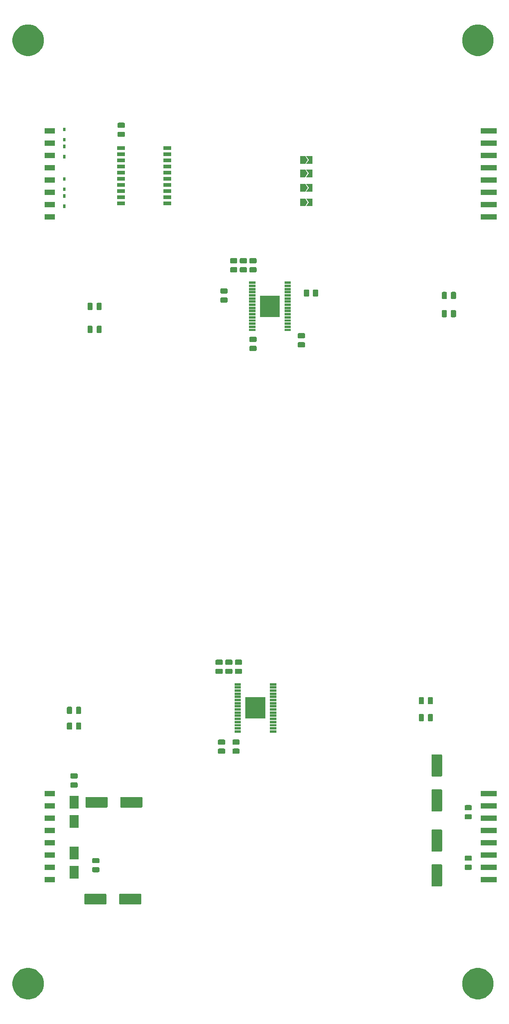
<source format=gbr>
G04 #@! TF.GenerationSoftware,KiCad,Pcbnew,(5.1.4)-1*
G04 #@! TF.CreationDate,2019-11-12T22:00:31+01:00*
G04 #@! TF.ProjectId,Digit,44696769-742e-46b6-9963-61645f706362,rev?*
G04 #@! TF.SameCoordinates,Original*
G04 #@! TF.FileFunction,Soldermask,Bot*
G04 #@! TF.FilePolarity,Negative*
%FSLAX46Y46*%
G04 Gerber Fmt 4.6, Leading zero omitted, Abs format (unit mm)*
G04 Created by KiCad (PCBNEW (5.1.4)-1) date 2019-11-12 22:00:31*
%MOMM*%
%LPD*%
G04 APERTURE LIST*
%ADD10C,0.100000*%
G04 APERTURE END LIST*
D10*
G36*
X163448282Y-225373934D02*
G01*
X164039926Y-225619001D01*
X164572392Y-225974784D01*
X165025216Y-226427608D01*
X165380999Y-226960074D01*
X165626066Y-227551718D01*
X165751000Y-228179804D01*
X165751000Y-228820196D01*
X165626066Y-229448282D01*
X165380999Y-230039926D01*
X165025216Y-230572392D01*
X164572392Y-231025216D01*
X164039926Y-231380999D01*
X163448282Y-231626066D01*
X162820196Y-231751000D01*
X162179804Y-231751000D01*
X161551718Y-231626066D01*
X160960074Y-231380999D01*
X160427608Y-231025216D01*
X159974784Y-230572392D01*
X159619001Y-230039926D01*
X159373934Y-229448282D01*
X159249000Y-228820196D01*
X159249000Y-228179804D01*
X159373934Y-227551718D01*
X159619001Y-226960074D01*
X159974784Y-226427608D01*
X160427608Y-225974784D01*
X160960074Y-225619001D01*
X161551718Y-225373934D01*
X162179804Y-225249000D01*
X162820196Y-225249000D01*
X163448282Y-225373934D01*
X163448282Y-225373934D01*
G37*
G36*
X70448282Y-225373934D02*
G01*
X71039926Y-225619001D01*
X71572392Y-225974784D01*
X72025216Y-226427608D01*
X72380999Y-226960074D01*
X72626066Y-227551718D01*
X72751000Y-228179804D01*
X72751000Y-228820196D01*
X72626066Y-229448282D01*
X72380999Y-230039926D01*
X72025216Y-230572392D01*
X71572392Y-231025216D01*
X71039926Y-231380999D01*
X70448282Y-231626066D01*
X69820196Y-231751000D01*
X69179804Y-231751000D01*
X68551718Y-231626066D01*
X67960074Y-231380999D01*
X67427608Y-231025216D01*
X66974784Y-230572392D01*
X66619001Y-230039926D01*
X66373934Y-229448282D01*
X66249000Y-228820196D01*
X66249000Y-228179804D01*
X66373934Y-227551718D01*
X66619001Y-226960074D01*
X66974784Y-226427608D01*
X67427608Y-225974784D01*
X67960074Y-225619001D01*
X68551718Y-225373934D01*
X69179804Y-225249000D01*
X69820196Y-225249000D01*
X70448282Y-225373934D01*
X70448282Y-225373934D01*
G37*
G36*
X85505310Y-209903790D02*
G01*
X85550886Y-209917616D01*
X85592895Y-209940070D01*
X85629714Y-209970286D01*
X85659930Y-210007105D01*
X85682384Y-210049114D01*
X85696210Y-210094690D01*
X85701000Y-210143328D01*
X85701000Y-211856672D01*
X85696210Y-211905310D01*
X85682384Y-211950886D01*
X85659930Y-211992895D01*
X85629714Y-212029714D01*
X85592895Y-212059930D01*
X85550886Y-212082384D01*
X85505310Y-212096210D01*
X85456672Y-212101000D01*
X81343328Y-212101000D01*
X81294690Y-212096210D01*
X81249114Y-212082384D01*
X81207105Y-212059930D01*
X81170286Y-212029714D01*
X81140070Y-211992895D01*
X81117616Y-211950886D01*
X81103790Y-211905310D01*
X81099000Y-211856672D01*
X81099000Y-210143328D01*
X81103790Y-210094690D01*
X81117616Y-210049114D01*
X81140070Y-210007105D01*
X81170286Y-209970286D01*
X81207105Y-209940070D01*
X81249114Y-209917616D01*
X81294690Y-209903790D01*
X81343328Y-209899000D01*
X85456672Y-209899000D01*
X85505310Y-209903790D01*
X85505310Y-209903790D01*
G37*
G36*
X92705310Y-209903790D02*
G01*
X92750886Y-209917616D01*
X92792895Y-209940070D01*
X92829714Y-209970286D01*
X92859930Y-210007105D01*
X92882384Y-210049114D01*
X92896210Y-210094690D01*
X92901000Y-210143328D01*
X92901000Y-211856672D01*
X92896210Y-211905310D01*
X92882384Y-211950886D01*
X92859930Y-211992895D01*
X92829714Y-212029714D01*
X92792895Y-212059930D01*
X92750886Y-212082384D01*
X92705310Y-212096210D01*
X92656672Y-212101000D01*
X88543328Y-212101000D01*
X88494690Y-212096210D01*
X88449114Y-212082384D01*
X88407105Y-212059930D01*
X88370286Y-212029714D01*
X88340070Y-211992895D01*
X88317616Y-211950886D01*
X88303790Y-211905310D01*
X88299000Y-211856672D01*
X88299000Y-210143328D01*
X88303790Y-210094690D01*
X88317616Y-210049114D01*
X88340070Y-210007105D01*
X88370286Y-209970286D01*
X88407105Y-209940070D01*
X88449114Y-209917616D01*
X88494690Y-209903790D01*
X88543328Y-209899000D01*
X92656672Y-209899000D01*
X92705310Y-209903790D01*
X92705310Y-209903790D01*
G37*
G36*
X154905310Y-203803790D02*
G01*
X154950886Y-203817616D01*
X154992895Y-203840070D01*
X155029714Y-203870286D01*
X155059930Y-203907105D01*
X155082384Y-203949114D01*
X155096210Y-203994690D01*
X155101000Y-204043328D01*
X155101000Y-208156672D01*
X155096210Y-208205310D01*
X155082384Y-208250886D01*
X155059930Y-208292895D01*
X155029714Y-208329714D01*
X154992895Y-208359930D01*
X154950886Y-208382384D01*
X154905310Y-208396210D01*
X154856672Y-208401000D01*
X153143328Y-208401000D01*
X153094690Y-208396210D01*
X153049114Y-208382384D01*
X153007105Y-208359930D01*
X152970286Y-208329714D01*
X152940070Y-208292895D01*
X152917616Y-208250886D01*
X152903790Y-208205310D01*
X152899000Y-208156672D01*
X152899000Y-204043328D01*
X152903790Y-203994690D01*
X152917616Y-203949114D01*
X152940070Y-203907105D01*
X152970286Y-203870286D01*
X153007105Y-203840070D01*
X153049114Y-203817616D01*
X153094690Y-203803790D01*
X153143328Y-203799000D01*
X154856672Y-203799000D01*
X154905310Y-203803790D01*
X154905310Y-203803790D01*
G37*
G36*
X166401000Y-207551000D02*
G01*
X163099000Y-207551000D01*
X163099000Y-206449000D01*
X166401000Y-206449000D01*
X166401000Y-207551000D01*
X166401000Y-207551000D01*
G37*
G36*
X75051000Y-207551000D02*
G01*
X72949000Y-207551000D01*
X72949000Y-206449000D01*
X75051000Y-206449000D01*
X75051000Y-207551000D01*
X75051000Y-207551000D01*
G37*
G36*
X79951000Y-206801000D02*
G01*
X78049000Y-206801000D01*
X78049000Y-204199000D01*
X79951000Y-204199000D01*
X79951000Y-206801000D01*
X79951000Y-206801000D01*
G37*
G36*
X84044316Y-204404053D02*
G01*
X84092462Y-204418657D01*
X84136823Y-204442369D01*
X84175714Y-204474286D01*
X84207631Y-204513177D01*
X84231343Y-204557538D01*
X84245947Y-204605684D01*
X84251000Y-204656982D01*
X84251000Y-205218018D01*
X84245947Y-205269316D01*
X84231343Y-205317462D01*
X84207631Y-205361823D01*
X84175714Y-205400714D01*
X84136823Y-205432631D01*
X84092462Y-205456343D01*
X84044316Y-205470947D01*
X83993018Y-205476000D01*
X83006982Y-205476000D01*
X82955684Y-205470947D01*
X82907538Y-205456343D01*
X82863177Y-205432631D01*
X82824286Y-205400714D01*
X82792369Y-205361823D01*
X82768657Y-205317462D01*
X82754053Y-205269316D01*
X82749000Y-205218018D01*
X82749000Y-204656982D01*
X82754053Y-204605684D01*
X82768657Y-204557538D01*
X82792369Y-204513177D01*
X82824286Y-204474286D01*
X82863177Y-204442369D01*
X82907538Y-204418657D01*
X82955684Y-204404053D01*
X83006982Y-204399000D01*
X83993018Y-204399000D01*
X84044316Y-204404053D01*
X84044316Y-204404053D01*
G37*
G36*
X75051000Y-205011000D02*
G01*
X72949000Y-205011000D01*
X72949000Y-203909000D01*
X75051000Y-203909000D01*
X75051000Y-205011000D01*
X75051000Y-205011000D01*
G37*
G36*
X166401000Y-205011000D02*
G01*
X163099000Y-205011000D01*
X163099000Y-203909000D01*
X166401000Y-203909000D01*
X166401000Y-205011000D01*
X166401000Y-205011000D01*
G37*
G36*
X161044316Y-203904053D02*
G01*
X161092462Y-203918657D01*
X161136823Y-203942369D01*
X161175714Y-203974286D01*
X161207631Y-204013177D01*
X161231343Y-204057538D01*
X161245947Y-204105684D01*
X161251000Y-204156982D01*
X161251000Y-204718018D01*
X161245947Y-204769316D01*
X161231343Y-204817462D01*
X161207631Y-204861823D01*
X161175714Y-204900714D01*
X161136823Y-204932631D01*
X161092462Y-204956343D01*
X161044316Y-204970947D01*
X160993018Y-204976000D01*
X160006982Y-204976000D01*
X159955684Y-204970947D01*
X159907538Y-204956343D01*
X159863177Y-204932631D01*
X159824286Y-204900714D01*
X159792369Y-204861823D01*
X159768657Y-204817462D01*
X159754053Y-204769316D01*
X159749000Y-204718018D01*
X159749000Y-204156982D01*
X159754053Y-204105684D01*
X159768657Y-204057538D01*
X159792369Y-204013177D01*
X159824286Y-203974286D01*
X159863177Y-203942369D01*
X159907538Y-203918657D01*
X159955684Y-203904053D01*
X160006982Y-203899000D01*
X160993018Y-203899000D01*
X161044316Y-203904053D01*
X161044316Y-203904053D01*
G37*
G36*
X84044316Y-202529053D02*
G01*
X84092462Y-202543657D01*
X84136823Y-202567369D01*
X84175714Y-202599286D01*
X84207631Y-202638177D01*
X84231343Y-202682538D01*
X84245947Y-202730684D01*
X84251000Y-202781982D01*
X84251000Y-203343018D01*
X84245947Y-203394316D01*
X84231343Y-203442462D01*
X84207631Y-203486823D01*
X84175714Y-203525714D01*
X84136823Y-203557631D01*
X84092462Y-203581343D01*
X84044316Y-203595947D01*
X83993018Y-203601000D01*
X83006982Y-203601000D01*
X82955684Y-203595947D01*
X82907538Y-203581343D01*
X82863177Y-203557631D01*
X82824286Y-203525714D01*
X82792369Y-203486823D01*
X82768657Y-203442462D01*
X82754053Y-203394316D01*
X82749000Y-203343018D01*
X82749000Y-202781982D01*
X82754053Y-202730684D01*
X82768657Y-202682538D01*
X82792369Y-202638177D01*
X82824286Y-202599286D01*
X82863177Y-202567369D01*
X82907538Y-202543657D01*
X82955684Y-202529053D01*
X83006982Y-202524000D01*
X83993018Y-202524000D01*
X84044316Y-202529053D01*
X84044316Y-202529053D01*
G37*
G36*
X161044316Y-202029053D02*
G01*
X161092462Y-202043657D01*
X161136823Y-202067369D01*
X161175714Y-202099286D01*
X161207631Y-202138177D01*
X161231343Y-202182538D01*
X161245947Y-202230684D01*
X161251000Y-202281982D01*
X161251000Y-202843018D01*
X161245947Y-202894316D01*
X161231343Y-202942462D01*
X161207631Y-202986823D01*
X161175714Y-203025714D01*
X161136823Y-203057631D01*
X161092462Y-203081343D01*
X161044316Y-203095947D01*
X160993018Y-203101000D01*
X160006982Y-203101000D01*
X159955684Y-203095947D01*
X159907538Y-203081343D01*
X159863177Y-203057631D01*
X159824286Y-203025714D01*
X159792369Y-202986823D01*
X159768657Y-202942462D01*
X159754053Y-202894316D01*
X159749000Y-202843018D01*
X159749000Y-202281982D01*
X159754053Y-202230684D01*
X159768657Y-202182538D01*
X159792369Y-202138177D01*
X159824286Y-202099286D01*
X159863177Y-202067369D01*
X159907538Y-202043657D01*
X159955684Y-202029053D01*
X160006982Y-202024000D01*
X160993018Y-202024000D01*
X161044316Y-202029053D01*
X161044316Y-202029053D01*
G37*
G36*
X79951000Y-202801000D02*
G01*
X78049000Y-202801000D01*
X78049000Y-200199000D01*
X79951000Y-200199000D01*
X79951000Y-202801000D01*
X79951000Y-202801000D01*
G37*
G36*
X166401000Y-202471000D02*
G01*
X163099000Y-202471000D01*
X163099000Y-201369000D01*
X166401000Y-201369000D01*
X166401000Y-202471000D01*
X166401000Y-202471000D01*
G37*
G36*
X75051000Y-202471000D02*
G01*
X72949000Y-202471000D01*
X72949000Y-201369000D01*
X75051000Y-201369000D01*
X75051000Y-202471000D01*
X75051000Y-202471000D01*
G37*
G36*
X154905310Y-196603790D02*
G01*
X154950886Y-196617616D01*
X154992895Y-196640070D01*
X155029714Y-196670286D01*
X155059930Y-196707105D01*
X155082384Y-196749114D01*
X155096210Y-196794690D01*
X155101000Y-196843328D01*
X155101000Y-200956672D01*
X155096210Y-201005310D01*
X155082384Y-201050886D01*
X155059930Y-201092895D01*
X155029714Y-201129714D01*
X154992895Y-201159930D01*
X154950886Y-201182384D01*
X154905310Y-201196210D01*
X154856672Y-201201000D01*
X153143328Y-201201000D01*
X153094690Y-201196210D01*
X153049114Y-201182384D01*
X153007105Y-201159930D01*
X152970286Y-201129714D01*
X152940070Y-201092895D01*
X152917616Y-201050886D01*
X152903790Y-201005310D01*
X152899000Y-200956672D01*
X152899000Y-196843328D01*
X152903790Y-196794690D01*
X152917616Y-196749114D01*
X152940070Y-196707105D01*
X152970286Y-196670286D01*
X153007105Y-196640070D01*
X153049114Y-196617616D01*
X153094690Y-196603790D01*
X153143328Y-196599000D01*
X154856672Y-196599000D01*
X154905310Y-196603790D01*
X154905310Y-196603790D01*
G37*
G36*
X166401000Y-199931000D02*
G01*
X163099000Y-199931000D01*
X163099000Y-198829000D01*
X166401000Y-198829000D01*
X166401000Y-199931000D01*
X166401000Y-199931000D01*
G37*
G36*
X75051000Y-199931000D02*
G01*
X72949000Y-199931000D01*
X72949000Y-198829000D01*
X75051000Y-198829000D01*
X75051000Y-199931000D01*
X75051000Y-199931000D01*
G37*
G36*
X75051000Y-197391000D02*
G01*
X72949000Y-197391000D01*
X72949000Y-196289000D01*
X75051000Y-196289000D01*
X75051000Y-197391000D01*
X75051000Y-197391000D01*
G37*
G36*
X166401000Y-197391000D02*
G01*
X163099000Y-197391000D01*
X163099000Y-196289000D01*
X166401000Y-196289000D01*
X166401000Y-197391000D01*
X166401000Y-197391000D01*
G37*
G36*
X79951000Y-196301000D02*
G01*
X78049000Y-196301000D01*
X78049000Y-193699000D01*
X79951000Y-193699000D01*
X79951000Y-196301000D01*
X79951000Y-196301000D01*
G37*
G36*
X75051000Y-194851000D02*
G01*
X72949000Y-194851000D01*
X72949000Y-193749000D01*
X75051000Y-193749000D01*
X75051000Y-194851000D01*
X75051000Y-194851000D01*
G37*
G36*
X166401000Y-194851000D02*
G01*
X163099000Y-194851000D01*
X163099000Y-193749000D01*
X166401000Y-193749000D01*
X166401000Y-194851000D01*
X166401000Y-194851000D01*
G37*
G36*
X161044316Y-193466553D02*
G01*
X161092462Y-193481157D01*
X161136823Y-193504869D01*
X161175714Y-193536786D01*
X161207631Y-193575677D01*
X161231343Y-193620038D01*
X161245947Y-193668184D01*
X161251000Y-193719482D01*
X161251000Y-194280518D01*
X161245947Y-194331816D01*
X161231343Y-194379962D01*
X161207631Y-194424323D01*
X161175714Y-194463214D01*
X161136823Y-194495131D01*
X161092462Y-194518843D01*
X161044316Y-194533447D01*
X160993018Y-194538500D01*
X160006982Y-194538500D01*
X159955684Y-194533447D01*
X159907538Y-194518843D01*
X159863177Y-194495131D01*
X159824286Y-194463214D01*
X159792369Y-194424323D01*
X159768657Y-194379962D01*
X159754053Y-194331816D01*
X159749000Y-194280518D01*
X159749000Y-193719482D01*
X159754053Y-193668184D01*
X159768657Y-193620038D01*
X159792369Y-193575677D01*
X159824286Y-193536786D01*
X159863177Y-193504869D01*
X159907538Y-193481157D01*
X159955684Y-193466553D01*
X160006982Y-193461500D01*
X160993018Y-193461500D01*
X161044316Y-193466553D01*
X161044316Y-193466553D01*
G37*
G36*
X154905310Y-188303790D02*
G01*
X154950886Y-188317616D01*
X154992895Y-188340070D01*
X155029714Y-188370286D01*
X155059930Y-188407105D01*
X155082384Y-188449114D01*
X155096210Y-188494690D01*
X155101000Y-188543328D01*
X155101000Y-192656672D01*
X155096210Y-192705310D01*
X155082384Y-192750886D01*
X155059930Y-192792895D01*
X155029714Y-192829714D01*
X154992895Y-192859930D01*
X154950886Y-192882384D01*
X154905310Y-192896210D01*
X154856672Y-192901000D01*
X153143328Y-192901000D01*
X153094690Y-192896210D01*
X153049114Y-192882384D01*
X153007105Y-192859930D01*
X152970286Y-192829714D01*
X152940070Y-192792895D01*
X152917616Y-192750886D01*
X152903790Y-192705310D01*
X152899000Y-192656672D01*
X152899000Y-188543328D01*
X152903790Y-188494690D01*
X152917616Y-188449114D01*
X152940070Y-188407105D01*
X152970286Y-188370286D01*
X153007105Y-188340070D01*
X153049114Y-188317616D01*
X153094690Y-188303790D01*
X153143328Y-188299000D01*
X154856672Y-188299000D01*
X154905310Y-188303790D01*
X154905310Y-188303790D01*
G37*
G36*
X161044316Y-191591553D02*
G01*
X161092462Y-191606157D01*
X161136823Y-191629869D01*
X161175714Y-191661786D01*
X161207631Y-191700677D01*
X161231343Y-191745038D01*
X161245947Y-191793184D01*
X161251000Y-191844482D01*
X161251000Y-192405518D01*
X161245947Y-192456816D01*
X161231343Y-192504962D01*
X161207631Y-192549323D01*
X161175714Y-192588214D01*
X161136823Y-192620131D01*
X161092462Y-192643843D01*
X161044316Y-192658447D01*
X160993018Y-192663500D01*
X160006982Y-192663500D01*
X159955684Y-192658447D01*
X159907538Y-192643843D01*
X159863177Y-192620131D01*
X159824286Y-192588214D01*
X159792369Y-192549323D01*
X159768657Y-192504962D01*
X159754053Y-192456816D01*
X159749000Y-192405518D01*
X159749000Y-191844482D01*
X159754053Y-191793184D01*
X159768657Y-191745038D01*
X159792369Y-191700677D01*
X159824286Y-191661786D01*
X159863177Y-191629869D01*
X159907538Y-191606157D01*
X159955684Y-191591553D01*
X160006982Y-191586500D01*
X160993018Y-191586500D01*
X161044316Y-191591553D01*
X161044316Y-191591553D01*
G37*
G36*
X166401000Y-192311000D02*
G01*
X163099000Y-192311000D01*
X163099000Y-191209000D01*
X166401000Y-191209000D01*
X166401000Y-192311000D01*
X166401000Y-192311000D01*
G37*
G36*
X75051000Y-192311000D02*
G01*
X72949000Y-192311000D01*
X72949000Y-191209000D01*
X75051000Y-191209000D01*
X75051000Y-192311000D01*
X75051000Y-192311000D01*
G37*
G36*
X79951000Y-192301000D02*
G01*
X78049000Y-192301000D01*
X78049000Y-189699000D01*
X79951000Y-189699000D01*
X79951000Y-192301000D01*
X79951000Y-192301000D01*
G37*
G36*
X85755310Y-189903790D02*
G01*
X85800886Y-189917616D01*
X85842895Y-189940070D01*
X85879714Y-189970286D01*
X85909930Y-190007105D01*
X85932384Y-190049114D01*
X85946210Y-190094690D01*
X85951000Y-190143328D01*
X85951000Y-191856672D01*
X85946210Y-191905310D01*
X85932384Y-191950886D01*
X85909930Y-191992895D01*
X85879714Y-192029714D01*
X85842895Y-192059930D01*
X85800886Y-192082384D01*
X85755310Y-192096210D01*
X85706672Y-192101000D01*
X81593328Y-192101000D01*
X81544690Y-192096210D01*
X81499114Y-192082384D01*
X81457105Y-192059930D01*
X81420286Y-192029714D01*
X81390070Y-191992895D01*
X81367616Y-191950886D01*
X81353790Y-191905310D01*
X81349000Y-191856672D01*
X81349000Y-190143328D01*
X81353790Y-190094690D01*
X81367616Y-190049114D01*
X81390070Y-190007105D01*
X81420286Y-189970286D01*
X81457105Y-189940070D01*
X81499114Y-189917616D01*
X81544690Y-189903790D01*
X81593328Y-189899000D01*
X85706672Y-189899000D01*
X85755310Y-189903790D01*
X85755310Y-189903790D01*
G37*
G36*
X92955310Y-189903790D02*
G01*
X93000886Y-189917616D01*
X93042895Y-189940070D01*
X93079714Y-189970286D01*
X93109930Y-190007105D01*
X93132384Y-190049114D01*
X93146210Y-190094690D01*
X93151000Y-190143328D01*
X93151000Y-191856672D01*
X93146210Y-191905310D01*
X93132384Y-191950886D01*
X93109930Y-191992895D01*
X93079714Y-192029714D01*
X93042895Y-192059930D01*
X93000886Y-192082384D01*
X92955310Y-192096210D01*
X92906672Y-192101000D01*
X88793328Y-192101000D01*
X88744690Y-192096210D01*
X88699114Y-192082384D01*
X88657105Y-192059930D01*
X88620286Y-192029714D01*
X88590070Y-191992895D01*
X88567616Y-191950886D01*
X88553790Y-191905310D01*
X88549000Y-191856672D01*
X88549000Y-190143328D01*
X88553790Y-190094690D01*
X88567616Y-190049114D01*
X88590070Y-190007105D01*
X88620286Y-189970286D01*
X88657105Y-189940070D01*
X88699114Y-189917616D01*
X88744690Y-189903790D01*
X88793328Y-189899000D01*
X92906672Y-189899000D01*
X92955310Y-189903790D01*
X92955310Y-189903790D01*
G37*
G36*
X75051000Y-189771000D02*
G01*
X72949000Y-189771000D01*
X72949000Y-188669000D01*
X75051000Y-188669000D01*
X75051000Y-189771000D01*
X75051000Y-189771000D01*
G37*
G36*
X166401000Y-189771000D02*
G01*
X163099000Y-189771000D01*
X163099000Y-188669000D01*
X166401000Y-188669000D01*
X166401000Y-189771000D01*
X166401000Y-189771000D01*
G37*
G36*
X79544316Y-186904053D02*
G01*
X79592462Y-186918657D01*
X79636823Y-186942369D01*
X79675714Y-186974286D01*
X79707631Y-187013177D01*
X79731343Y-187057538D01*
X79745947Y-187105684D01*
X79751000Y-187156982D01*
X79751000Y-187718018D01*
X79745947Y-187769316D01*
X79731343Y-187817462D01*
X79707631Y-187861823D01*
X79675714Y-187900714D01*
X79636823Y-187932631D01*
X79592462Y-187956343D01*
X79544316Y-187970947D01*
X79493018Y-187976000D01*
X78506982Y-187976000D01*
X78455684Y-187970947D01*
X78407538Y-187956343D01*
X78363177Y-187932631D01*
X78324286Y-187900714D01*
X78292369Y-187861823D01*
X78268657Y-187817462D01*
X78254053Y-187769316D01*
X78249000Y-187718018D01*
X78249000Y-187156982D01*
X78254053Y-187105684D01*
X78268657Y-187057538D01*
X78292369Y-187013177D01*
X78324286Y-186974286D01*
X78363177Y-186942369D01*
X78407538Y-186918657D01*
X78455684Y-186904053D01*
X78506982Y-186899000D01*
X79493018Y-186899000D01*
X79544316Y-186904053D01*
X79544316Y-186904053D01*
G37*
G36*
X79544316Y-185029053D02*
G01*
X79592462Y-185043657D01*
X79636823Y-185067369D01*
X79675714Y-185099286D01*
X79707631Y-185138177D01*
X79731343Y-185182538D01*
X79745947Y-185230684D01*
X79751000Y-185281982D01*
X79751000Y-185843018D01*
X79745947Y-185894316D01*
X79731343Y-185942462D01*
X79707631Y-185986823D01*
X79675714Y-186025714D01*
X79636823Y-186057631D01*
X79592462Y-186081343D01*
X79544316Y-186095947D01*
X79493018Y-186101000D01*
X78506982Y-186101000D01*
X78455684Y-186095947D01*
X78407538Y-186081343D01*
X78363177Y-186057631D01*
X78324286Y-186025714D01*
X78292369Y-185986823D01*
X78268657Y-185942462D01*
X78254053Y-185894316D01*
X78249000Y-185843018D01*
X78249000Y-185281982D01*
X78254053Y-185230684D01*
X78268657Y-185182538D01*
X78292369Y-185138177D01*
X78324286Y-185099286D01*
X78363177Y-185067369D01*
X78407538Y-185043657D01*
X78455684Y-185029053D01*
X78506982Y-185024000D01*
X79493018Y-185024000D01*
X79544316Y-185029053D01*
X79544316Y-185029053D01*
G37*
G36*
X154905310Y-181103790D02*
G01*
X154950886Y-181117616D01*
X154992895Y-181140070D01*
X155029714Y-181170286D01*
X155059930Y-181207105D01*
X155082384Y-181249114D01*
X155096210Y-181294690D01*
X155101000Y-181343328D01*
X155101000Y-185456672D01*
X155096210Y-185505310D01*
X155082384Y-185550886D01*
X155059930Y-185592895D01*
X155029714Y-185629714D01*
X154992895Y-185659930D01*
X154950886Y-185682384D01*
X154905310Y-185696210D01*
X154856672Y-185701000D01*
X153143328Y-185701000D01*
X153094690Y-185696210D01*
X153049114Y-185682384D01*
X153007105Y-185659930D01*
X152970286Y-185629714D01*
X152940070Y-185592895D01*
X152917616Y-185550886D01*
X152903790Y-185505310D01*
X152899000Y-185456672D01*
X152899000Y-181343328D01*
X152903790Y-181294690D01*
X152917616Y-181249114D01*
X152940070Y-181207105D01*
X152970286Y-181170286D01*
X153007105Y-181140070D01*
X153049114Y-181117616D01*
X153094690Y-181103790D01*
X153143328Y-181099000D01*
X154856672Y-181099000D01*
X154905310Y-181103790D01*
X154905310Y-181103790D01*
G37*
G36*
X113044316Y-179904053D02*
G01*
X113092462Y-179918657D01*
X113136823Y-179942369D01*
X113175714Y-179974286D01*
X113207631Y-180013177D01*
X113231343Y-180057538D01*
X113245947Y-180105684D01*
X113251000Y-180156982D01*
X113251000Y-180718018D01*
X113245947Y-180769316D01*
X113231343Y-180817462D01*
X113207631Y-180861823D01*
X113175714Y-180900714D01*
X113136823Y-180932631D01*
X113092462Y-180956343D01*
X113044316Y-180970947D01*
X112993018Y-180976000D01*
X112006982Y-180976000D01*
X111955684Y-180970947D01*
X111907538Y-180956343D01*
X111863177Y-180932631D01*
X111824286Y-180900714D01*
X111792369Y-180861823D01*
X111768657Y-180817462D01*
X111754053Y-180769316D01*
X111749000Y-180718018D01*
X111749000Y-180156982D01*
X111754053Y-180105684D01*
X111768657Y-180057538D01*
X111792369Y-180013177D01*
X111824286Y-179974286D01*
X111863177Y-179942369D01*
X111907538Y-179918657D01*
X111955684Y-179904053D01*
X112006982Y-179899000D01*
X112993018Y-179899000D01*
X113044316Y-179904053D01*
X113044316Y-179904053D01*
G37*
G36*
X110044316Y-179904053D02*
G01*
X110092462Y-179918657D01*
X110136823Y-179942369D01*
X110175714Y-179974286D01*
X110207631Y-180013177D01*
X110231343Y-180057538D01*
X110245947Y-180105684D01*
X110251000Y-180156982D01*
X110251000Y-180718018D01*
X110245947Y-180769316D01*
X110231343Y-180817462D01*
X110207631Y-180861823D01*
X110175714Y-180900714D01*
X110136823Y-180932631D01*
X110092462Y-180956343D01*
X110044316Y-180970947D01*
X109993018Y-180976000D01*
X109006982Y-180976000D01*
X108955684Y-180970947D01*
X108907538Y-180956343D01*
X108863177Y-180932631D01*
X108824286Y-180900714D01*
X108792369Y-180861823D01*
X108768657Y-180817462D01*
X108754053Y-180769316D01*
X108749000Y-180718018D01*
X108749000Y-180156982D01*
X108754053Y-180105684D01*
X108768657Y-180057538D01*
X108792369Y-180013177D01*
X108824286Y-179974286D01*
X108863177Y-179942369D01*
X108907538Y-179918657D01*
X108955684Y-179904053D01*
X109006982Y-179899000D01*
X109993018Y-179899000D01*
X110044316Y-179904053D01*
X110044316Y-179904053D01*
G37*
G36*
X113044316Y-178029053D02*
G01*
X113092462Y-178043657D01*
X113136823Y-178067369D01*
X113175714Y-178099286D01*
X113207631Y-178138177D01*
X113231343Y-178182538D01*
X113245947Y-178230684D01*
X113251000Y-178281982D01*
X113251000Y-178843018D01*
X113245947Y-178894316D01*
X113231343Y-178942462D01*
X113207631Y-178986823D01*
X113175714Y-179025714D01*
X113136823Y-179057631D01*
X113092462Y-179081343D01*
X113044316Y-179095947D01*
X112993018Y-179101000D01*
X112006982Y-179101000D01*
X111955684Y-179095947D01*
X111907538Y-179081343D01*
X111863177Y-179057631D01*
X111824286Y-179025714D01*
X111792369Y-178986823D01*
X111768657Y-178942462D01*
X111754053Y-178894316D01*
X111749000Y-178843018D01*
X111749000Y-178281982D01*
X111754053Y-178230684D01*
X111768657Y-178182538D01*
X111792369Y-178138177D01*
X111824286Y-178099286D01*
X111863177Y-178067369D01*
X111907538Y-178043657D01*
X111955684Y-178029053D01*
X112006982Y-178024000D01*
X112993018Y-178024000D01*
X113044316Y-178029053D01*
X113044316Y-178029053D01*
G37*
G36*
X110044316Y-178029053D02*
G01*
X110092462Y-178043657D01*
X110136823Y-178067369D01*
X110175714Y-178099286D01*
X110207631Y-178138177D01*
X110231343Y-178182538D01*
X110245947Y-178230684D01*
X110251000Y-178281982D01*
X110251000Y-178843018D01*
X110245947Y-178894316D01*
X110231343Y-178942462D01*
X110207631Y-178986823D01*
X110175714Y-179025714D01*
X110136823Y-179057631D01*
X110092462Y-179081343D01*
X110044316Y-179095947D01*
X109993018Y-179101000D01*
X109006982Y-179101000D01*
X108955684Y-179095947D01*
X108907538Y-179081343D01*
X108863177Y-179057631D01*
X108824286Y-179025714D01*
X108792369Y-178986823D01*
X108768657Y-178942462D01*
X108754053Y-178894316D01*
X108749000Y-178843018D01*
X108749000Y-178281982D01*
X108754053Y-178230684D01*
X108768657Y-178182538D01*
X108792369Y-178138177D01*
X108824286Y-178099286D01*
X108863177Y-178067369D01*
X108907538Y-178043657D01*
X108955684Y-178029053D01*
X109006982Y-178024000D01*
X109993018Y-178024000D01*
X110044316Y-178029053D01*
X110044316Y-178029053D01*
G37*
G36*
X120801000Y-176626000D02*
G01*
X119499000Y-176626000D01*
X119499000Y-176124000D01*
X120801000Y-176124000D01*
X120801000Y-176626000D01*
X120801000Y-176626000D01*
G37*
G36*
X113501000Y-176626000D02*
G01*
X112199000Y-176626000D01*
X112199000Y-176124000D01*
X113501000Y-176124000D01*
X113501000Y-176626000D01*
X113501000Y-176626000D01*
G37*
G36*
X78394316Y-174504053D02*
G01*
X78442462Y-174518657D01*
X78486823Y-174542369D01*
X78525714Y-174574286D01*
X78557631Y-174613177D01*
X78581343Y-174657538D01*
X78595947Y-174705684D01*
X78601000Y-174756982D01*
X78601000Y-175743018D01*
X78595947Y-175794316D01*
X78581343Y-175842462D01*
X78557631Y-175886823D01*
X78525714Y-175925714D01*
X78486823Y-175957631D01*
X78442462Y-175981343D01*
X78394316Y-175995947D01*
X78343018Y-176001000D01*
X77781982Y-176001000D01*
X77730684Y-175995947D01*
X77682538Y-175981343D01*
X77638177Y-175957631D01*
X77599286Y-175925714D01*
X77567369Y-175886823D01*
X77543657Y-175842462D01*
X77529053Y-175794316D01*
X77524000Y-175743018D01*
X77524000Y-174756982D01*
X77529053Y-174705684D01*
X77543657Y-174657538D01*
X77567369Y-174613177D01*
X77599286Y-174574286D01*
X77638177Y-174542369D01*
X77682538Y-174518657D01*
X77730684Y-174504053D01*
X77781982Y-174499000D01*
X78343018Y-174499000D01*
X78394316Y-174504053D01*
X78394316Y-174504053D01*
G37*
G36*
X80269316Y-174504053D02*
G01*
X80317462Y-174518657D01*
X80361823Y-174542369D01*
X80400714Y-174574286D01*
X80432631Y-174613177D01*
X80456343Y-174657538D01*
X80470947Y-174705684D01*
X80476000Y-174756982D01*
X80476000Y-175743018D01*
X80470947Y-175794316D01*
X80456343Y-175842462D01*
X80432631Y-175886823D01*
X80400714Y-175925714D01*
X80361823Y-175957631D01*
X80317462Y-175981343D01*
X80269316Y-175995947D01*
X80218018Y-176001000D01*
X79656982Y-176001000D01*
X79605684Y-175995947D01*
X79557538Y-175981343D01*
X79513177Y-175957631D01*
X79474286Y-175925714D01*
X79442369Y-175886823D01*
X79418657Y-175842462D01*
X79404053Y-175794316D01*
X79399000Y-175743018D01*
X79399000Y-174756982D01*
X79404053Y-174705684D01*
X79418657Y-174657538D01*
X79442369Y-174613177D01*
X79474286Y-174574286D01*
X79513177Y-174542369D01*
X79557538Y-174518657D01*
X79605684Y-174504053D01*
X79656982Y-174499000D01*
X80218018Y-174499000D01*
X80269316Y-174504053D01*
X80269316Y-174504053D01*
G37*
G36*
X113501000Y-175976000D02*
G01*
X112199000Y-175976000D01*
X112199000Y-175474000D01*
X113501000Y-175474000D01*
X113501000Y-175976000D01*
X113501000Y-175976000D01*
G37*
G36*
X120801000Y-175976000D02*
G01*
X119499000Y-175976000D01*
X119499000Y-175474000D01*
X120801000Y-175474000D01*
X120801000Y-175976000D01*
X120801000Y-175976000D01*
G37*
G36*
X113501000Y-175326000D02*
G01*
X112199000Y-175326000D01*
X112199000Y-174824000D01*
X113501000Y-174824000D01*
X113501000Y-175326000D01*
X113501000Y-175326000D01*
G37*
G36*
X120801000Y-175326000D02*
G01*
X119499000Y-175326000D01*
X119499000Y-174824000D01*
X120801000Y-174824000D01*
X120801000Y-175326000D01*
X120801000Y-175326000D01*
G37*
G36*
X120801000Y-174676000D02*
G01*
X119499000Y-174676000D01*
X119499000Y-174174000D01*
X120801000Y-174174000D01*
X120801000Y-174676000D01*
X120801000Y-174676000D01*
G37*
G36*
X113501000Y-174676000D02*
G01*
X112199000Y-174676000D01*
X112199000Y-174174000D01*
X113501000Y-174174000D01*
X113501000Y-174676000D01*
X113501000Y-174676000D01*
G37*
G36*
X151144316Y-172754053D02*
G01*
X151192462Y-172768657D01*
X151236823Y-172792369D01*
X151275714Y-172824286D01*
X151307631Y-172863177D01*
X151331343Y-172907538D01*
X151345947Y-172955684D01*
X151351000Y-173006982D01*
X151351000Y-173993018D01*
X151345947Y-174044316D01*
X151331343Y-174092462D01*
X151307631Y-174136823D01*
X151275714Y-174175714D01*
X151236823Y-174207631D01*
X151192462Y-174231343D01*
X151144316Y-174245947D01*
X151093018Y-174251000D01*
X150531982Y-174251000D01*
X150480684Y-174245947D01*
X150432538Y-174231343D01*
X150388177Y-174207631D01*
X150349286Y-174175714D01*
X150317369Y-174136823D01*
X150293657Y-174092462D01*
X150279053Y-174044316D01*
X150274000Y-173993018D01*
X150274000Y-173006982D01*
X150279053Y-172955684D01*
X150293657Y-172907538D01*
X150317369Y-172863177D01*
X150349286Y-172824286D01*
X150388177Y-172792369D01*
X150432538Y-172768657D01*
X150480684Y-172754053D01*
X150531982Y-172749000D01*
X151093018Y-172749000D01*
X151144316Y-172754053D01*
X151144316Y-172754053D01*
G37*
G36*
X153019316Y-172754053D02*
G01*
X153067462Y-172768657D01*
X153111823Y-172792369D01*
X153150714Y-172824286D01*
X153182631Y-172863177D01*
X153206343Y-172907538D01*
X153220947Y-172955684D01*
X153226000Y-173006982D01*
X153226000Y-173993018D01*
X153220947Y-174044316D01*
X153206343Y-174092462D01*
X153182631Y-174136823D01*
X153150714Y-174175714D01*
X153111823Y-174207631D01*
X153067462Y-174231343D01*
X153019316Y-174245947D01*
X152968018Y-174251000D01*
X152406982Y-174251000D01*
X152355684Y-174245947D01*
X152307538Y-174231343D01*
X152263177Y-174207631D01*
X152224286Y-174175714D01*
X152192369Y-174136823D01*
X152168657Y-174092462D01*
X152154053Y-174044316D01*
X152149000Y-173993018D01*
X152149000Y-173006982D01*
X152154053Y-172955684D01*
X152168657Y-172907538D01*
X152192369Y-172863177D01*
X152224286Y-172824286D01*
X152263177Y-172792369D01*
X152307538Y-172768657D01*
X152355684Y-172754053D01*
X152406982Y-172749000D01*
X152968018Y-172749000D01*
X153019316Y-172754053D01*
X153019316Y-172754053D01*
G37*
G36*
X120801000Y-174026000D02*
G01*
X119499000Y-174026000D01*
X119499000Y-173524000D01*
X120801000Y-173524000D01*
X120801000Y-174026000D01*
X120801000Y-174026000D01*
G37*
G36*
X113501000Y-174026000D02*
G01*
X112199000Y-174026000D01*
X112199000Y-173524000D01*
X113501000Y-173524000D01*
X113501000Y-174026000D01*
X113501000Y-174026000D01*
G37*
G36*
X118555000Y-173680000D02*
G01*
X114445000Y-173680000D01*
X114445000Y-169320000D01*
X118555000Y-169320000D01*
X118555000Y-173680000D01*
X118555000Y-173680000D01*
G37*
G36*
X113501000Y-173376000D02*
G01*
X112199000Y-173376000D01*
X112199000Y-172874000D01*
X113501000Y-172874000D01*
X113501000Y-173376000D01*
X113501000Y-173376000D01*
G37*
G36*
X120801000Y-173376000D02*
G01*
X119499000Y-173376000D01*
X119499000Y-172874000D01*
X120801000Y-172874000D01*
X120801000Y-173376000D01*
X120801000Y-173376000D01*
G37*
G36*
X78394316Y-171254053D02*
G01*
X78442462Y-171268657D01*
X78486823Y-171292369D01*
X78525714Y-171324286D01*
X78557631Y-171363177D01*
X78581343Y-171407538D01*
X78595947Y-171455684D01*
X78601000Y-171506982D01*
X78601000Y-172493018D01*
X78595947Y-172544316D01*
X78581343Y-172592462D01*
X78557631Y-172636823D01*
X78525714Y-172675714D01*
X78486823Y-172707631D01*
X78442462Y-172731343D01*
X78394316Y-172745947D01*
X78343018Y-172751000D01*
X77781982Y-172751000D01*
X77730684Y-172745947D01*
X77682538Y-172731343D01*
X77638177Y-172707631D01*
X77599286Y-172675714D01*
X77567369Y-172636823D01*
X77543657Y-172592462D01*
X77529053Y-172544316D01*
X77524000Y-172493018D01*
X77524000Y-171506982D01*
X77529053Y-171455684D01*
X77543657Y-171407538D01*
X77567369Y-171363177D01*
X77599286Y-171324286D01*
X77638177Y-171292369D01*
X77682538Y-171268657D01*
X77730684Y-171254053D01*
X77781982Y-171249000D01*
X78343018Y-171249000D01*
X78394316Y-171254053D01*
X78394316Y-171254053D01*
G37*
G36*
X80269316Y-171254053D02*
G01*
X80317462Y-171268657D01*
X80361823Y-171292369D01*
X80400714Y-171324286D01*
X80432631Y-171363177D01*
X80456343Y-171407538D01*
X80470947Y-171455684D01*
X80476000Y-171506982D01*
X80476000Y-172493018D01*
X80470947Y-172544316D01*
X80456343Y-172592462D01*
X80432631Y-172636823D01*
X80400714Y-172675714D01*
X80361823Y-172707631D01*
X80317462Y-172731343D01*
X80269316Y-172745947D01*
X80218018Y-172751000D01*
X79656982Y-172751000D01*
X79605684Y-172745947D01*
X79557538Y-172731343D01*
X79513177Y-172707631D01*
X79474286Y-172675714D01*
X79442369Y-172636823D01*
X79418657Y-172592462D01*
X79404053Y-172544316D01*
X79399000Y-172493018D01*
X79399000Y-171506982D01*
X79404053Y-171455684D01*
X79418657Y-171407538D01*
X79442369Y-171363177D01*
X79474286Y-171324286D01*
X79513177Y-171292369D01*
X79557538Y-171268657D01*
X79605684Y-171254053D01*
X79656982Y-171249000D01*
X80218018Y-171249000D01*
X80269316Y-171254053D01*
X80269316Y-171254053D01*
G37*
G36*
X120801000Y-172726000D02*
G01*
X119499000Y-172726000D01*
X119499000Y-172224000D01*
X120801000Y-172224000D01*
X120801000Y-172726000D01*
X120801000Y-172726000D01*
G37*
G36*
X113501000Y-172726000D02*
G01*
X112199000Y-172726000D01*
X112199000Y-172224000D01*
X113501000Y-172224000D01*
X113501000Y-172726000D01*
X113501000Y-172726000D01*
G37*
G36*
X120801000Y-172076000D02*
G01*
X119499000Y-172076000D01*
X119499000Y-171574000D01*
X120801000Y-171574000D01*
X120801000Y-172076000D01*
X120801000Y-172076000D01*
G37*
G36*
X113501000Y-172076000D02*
G01*
X112199000Y-172076000D01*
X112199000Y-171574000D01*
X113501000Y-171574000D01*
X113501000Y-172076000D01*
X113501000Y-172076000D01*
G37*
G36*
X113501000Y-171426000D02*
G01*
X112199000Y-171426000D01*
X112199000Y-170924000D01*
X113501000Y-170924000D01*
X113501000Y-171426000D01*
X113501000Y-171426000D01*
G37*
G36*
X120801000Y-171426000D02*
G01*
X119499000Y-171426000D01*
X119499000Y-170924000D01*
X120801000Y-170924000D01*
X120801000Y-171426000D01*
X120801000Y-171426000D01*
G37*
G36*
X120801000Y-170776000D02*
G01*
X119499000Y-170776000D01*
X119499000Y-170274000D01*
X120801000Y-170274000D01*
X120801000Y-170776000D01*
X120801000Y-170776000D01*
G37*
G36*
X113501000Y-170776000D02*
G01*
X112199000Y-170776000D01*
X112199000Y-170274000D01*
X113501000Y-170274000D01*
X113501000Y-170776000D01*
X113501000Y-170776000D01*
G37*
G36*
X153019316Y-169254053D02*
G01*
X153067462Y-169268657D01*
X153111823Y-169292369D01*
X153150714Y-169324286D01*
X153182631Y-169363177D01*
X153206343Y-169407538D01*
X153220947Y-169455684D01*
X153226000Y-169506982D01*
X153226000Y-170493018D01*
X153220947Y-170544316D01*
X153206343Y-170592462D01*
X153182631Y-170636823D01*
X153150714Y-170675714D01*
X153111823Y-170707631D01*
X153067462Y-170731343D01*
X153019316Y-170745947D01*
X152968018Y-170751000D01*
X152406982Y-170751000D01*
X152355684Y-170745947D01*
X152307538Y-170731343D01*
X152263177Y-170707631D01*
X152224286Y-170675714D01*
X152192369Y-170636823D01*
X152168657Y-170592462D01*
X152154053Y-170544316D01*
X152149000Y-170493018D01*
X152149000Y-169506982D01*
X152154053Y-169455684D01*
X152168657Y-169407538D01*
X152192369Y-169363177D01*
X152224286Y-169324286D01*
X152263177Y-169292369D01*
X152307538Y-169268657D01*
X152355684Y-169254053D01*
X152406982Y-169249000D01*
X152968018Y-169249000D01*
X153019316Y-169254053D01*
X153019316Y-169254053D01*
G37*
G36*
X151144316Y-169254053D02*
G01*
X151192462Y-169268657D01*
X151236823Y-169292369D01*
X151275714Y-169324286D01*
X151307631Y-169363177D01*
X151331343Y-169407538D01*
X151345947Y-169455684D01*
X151351000Y-169506982D01*
X151351000Y-170493018D01*
X151345947Y-170544316D01*
X151331343Y-170592462D01*
X151307631Y-170636823D01*
X151275714Y-170675714D01*
X151236823Y-170707631D01*
X151192462Y-170731343D01*
X151144316Y-170745947D01*
X151093018Y-170751000D01*
X150531982Y-170751000D01*
X150480684Y-170745947D01*
X150432538Y-170731343D01*
X150388177Y-170707631D01*
X150349286Y-170675714D01*
X150317369Y-170636823D01*
X150293657Y-170592462D01*
X150279053Y-170544316D01*
X150274000Y-170493018D01*
X150274000Y-169506982D01*
X150279053Y-169455684D01*
X150293657Y-169407538D01*
X150317369Y-169363177D01*
X150349286Y-169324286D01*
X150388177Y-169292369D01*
X150432538Y-169268657D01*
X150480684Y-169254053D01*
X150531982Y-169249000D01*
X151093018Y-169249000D01*
X151144316Y-169254053D01*
X151144316Y-169254053D01*
G37*
G36*
X120801000Y-170126000D02*
G01*
X119499000Y-170126000D01*
X119499000Y-169624000D01*
X120801000Y-169624000D01*
X120801000Y-170126000D01*
X120801000Y-170126000D01*
G37*
G36*
X113501000Y-170126000D02*
G01*
X112199000Y-170126000D01*
X112199000Y-169624000D01*
X113501000Y-169624000D01*
X113501000Y-170126000D01*
X113501000Y-170126000D01*
G37*
G36*
X113501000Y-169476000D02*
G01*
X112199000Y-169476000D01*
X112199000Y-168974000D01*
X113501000Y-168974000D01*
X113501000Y-169476000D01*
X113501000Y-169476000D01*
G37*
G36*
X120801000Y-169476000D02*
G01*
X119499000Y-169476000D01*
X119499000Y-168974000D01*
X120801000Y-168974000D01*
X120801000Y-169476000D01*
X120801000Y-169476000D01*
G37*
G36*
X120801000Y-168826000D02*
G01*
X119499000Y-168826000D01*
X119499000Y-168324000D01*
X120801000Y-168324000D01*
X120801000Y-168826000D01*
X120801000Y-168826000D01*
G37*
G36*
X113501000Y-168826000D02*
G01*
X112199000Y-168826000D01*
X112199000Y-168324000D01*
X113501000Y-168324000D01*
X113501000Y-168826000D01*
X113501000Y-168826000D01*
G37*
G36*
X120801000Y-168176000D02*
G01*
X119499000Y-168176000D01*
X119499000Y-167674000D01*
X120801000Y-167674000D01*
X120801000Y-168176000D01*
X120801000Y-168176000D01*
G37*
G36*
X113501000Y-168176000D02*
G01*
X112199000Y-168176000D01*
X112199000Y-167674000D01*
X113501000Y-167674000D01*
X113501000Y-168176000D01*
X113501000Y-168176000D01*
G37*
G36*
X113501000Y-167526000D02*
G01*
X112199000Y-167526000D01*
X112199000Y-167024000D01*
X113501000Y-167024000D01*
X113501000Y-167526000D01*
X113501000Y-167526000D01*
G37*
G36*
X120801000Y-167526000D02*
G01*
X119499000Y-167526000D01*
X119499000Y-167024000D01*
X120801000Y-167024000D01*
X120801000Y-167526000D01*
X120801000Y-167526000D01*
G37*
G36*
X120801000Y-166876000D02*
G01*
X119499000Y-166876000D01*
X119499000Y-166374000D01*
X120801000Y-166374000D01*
X120801000Y-166876000D01*
X120801000Y-166876000D01*
G37*
G36*
X113501000Y-166876000D02*
G01*
X112199000Y-166876000D01*
X112199000Y-166374000D01*
X113501000Y-166374000D01*
X113501000Y-166876000D01*
X113501000Y-166876000D01*
G37*
G36*
X109544316Y-163404053D02*
G01*
X109592462Y-163418657D01*
X109636823Y-163442369D01*
X109675714Y-163474286D01*
X109707631Y-163513177D01*
X109731343Y-163557538D01*
X109745947Y-163605684D01*
X109751000Y-163656982D01*
X109751000Y-164218018D01*
X109745947Y-164269316D01*
X109731343Y-164317462D01*
X109707631Y-164361823D01*
X109675714Y-164400714D01*
X109636823Y-164432631D01*
X109592462Y-164456343D01*
X109544316Y-164470947D01*
X109493018Y-164476000D01*
X108506982Y-164476000D01*
X108455684Y-164470947D01*
X108407538Y-164456343D01*
X108363177Y-164432631D01*
X108324286Y-164400714D01*
X108292369Y-164361823D01*
X108268657Y-164317462D01*
X108254053Y-164269316D01*
X108249000Y-164218018D01*
X108249000Y-163656982D01*
X108254053Y-163605684D01*
X108268657Y-163557538D01*
X108292369Y-163513177D01*
X108324286Y-163474286D01*
X108363177Y-163442369D01*
X108407538Y-163418657D01*
X108455684Y-163404053D01*
X108506982Y-163399000D01*
X109493018Y-163399000D01*
X109544316Y-163404053D01*
X109544316Y-163404053D01*
G37*
G36*
X113544316Y-163404053D02*
G01*
X113592462Y-163418657D01*
X113636823Y-163442369D01*
X113675714Y-163474286D01*
X113707631Y-163513177D01*
X113731343Y-163557538D01*
X113745947Y-163605684D01*
X113751000Y-163656982D01*
X113751000Y-164218018D01*
X113745947Y-164269316D01*
X113731343Y-164317462D01*
X113707631Y-164361823D01*
X113675714Y-164400714D01*
X113636823Y-164432631D01*
X113592462Y-164456343D01*
X113544316Y-164470947D01*
X113493018Y-164476000D01*
X112506982Y-164476000D01*
X112455684Y-164470947D01*
X112407538Y-164456343D01*
X112363177Y-164432631D01*
X112324286Y-164400714D01*
X112292369Y-164361823D01*
X112268657Y-164317462D01*
X112254053Y-164269316D01*
X112249000Y-164218018D01*
X112249000Y-163656982D01*
X112254053Y-163605684D01*
X112268657Y-163557538D01*
X112292369Y-163513177D01*
X112324286Y-163474286D01*
X112363177Y-163442369D01*
X112407538Y-163418657D01*
X112455684Y-163404053D01*
X112506982Y-163399000D01*
X113493018Y-163399000D01*
X113544316Y-163404053D01*
X113544316Y-163404053D01*
G37*
G36*
X111544316Y-163404053D02*
G01*
X111592462Y-163418657D01*
X111636823Y-163442369D01*
X111675714Y-163474286D01*
X111707631Y-163513177D01*
X111731343Y-163557538D01*
X111745947Y-163605684D01*
X111751000Y-163656982D01*
X111751000Y-164218018D01*
X111745947Y-164269316D01*
X111731343Y-164317462D01*
X111707631Y-164361823D01*
X111675714Y-164400714D01*
X111636823Y-164432631D01*
X111592462Y-164456343D01*
X111544316Y-164470947D01*
X111493018Y-164476000D01*
X110506982Y-164476000D01*
X110455684Y-164470947D01*
X110407538Y-164456343D01*
X110363177Y-164432631D01*
X110324286Y-164400714D01*
X110292369Y-164361823D01*
X110268657Y-164317462D01*
X110254053Y-164269316D01*
X110249000Y-164218018D01*
X110249000Y-163656982D01*
X110254053Y-163605684D01*
X110268657Y-163557538D01*
X110292369Y-163513177D01*
X110324286Y-163474286D01*
X110363177Y-163442369D01*
X110407538Y-163418657D01*
X110455684Y-163404053D01*
X110506982Y-163399000D01*
X111493018Y-163399000D01*
X111544316Y-163404053D01*
X111544316Y-163404053D01*
G37*
G36*
X111544316Y-161529053D02*
G01*
X111592462Y-161543657D01*
X111636823Y-161567369D01*
X111675714Y-161599286D01*
X111707631Y-161638177D01*
X111731343Y-161682538D01*
X111745947Y-161730684D01*
X111751000Y-161781982D01*
X111751000Y-162343018D01*
X111745947Y-162394316D01*
X111731343Y-162442462D01*
X111707631Y-162486823D01*
X111675714Y-162525714D01*
X111636823Y-162557631D01*
X111592462Y-162581343D01*
X111544316Y-162595947D01*
X111493018Y-162601000D01*
X110506982Y-162601000D01*
X110455684Y-162595947D01*
X110407538Y-162581343D01*
X110363177Y-162557631D01*
X110324286Y-162525714D01*
X110292369Y-162486823D01*
X110268657Y-162442462D01*
X110254053Y-162394316D01*
X110249000Y-162343018D01*
X110249000Y-161781982D01*
X110254053Y-161730684D01*
X110268657Y-161682538D01*
X110292369Y-161638177D01*
X110324286Y-161599286D01*
X110363177Y-161567369D01*
X110407538Y-161543657D01*
X110455684Y-161529053D01*
X110506982Y-161524000D01*
X111493018Y-161524000D01*
X111544316Y-161529053D01*
X111544316Y-161529053D01*
G37*
G36*
X109544316Y-161529053D02*
G01*
X109592462Y-161543657D01*
X109636823Y-161567369D01*
X109675714Y-161599286D01*
X109707631Y-161638177D01*
X109731343Y-161682538D01*
X109745947Y-161730684D01*
X109751000Y-161781982D01*
X109751000Y-162343018D01*
X109745947Y-162394316D01*
X109731343Y-162442462D01*
X109707631Y-162486823D01*
X109675714Y-162525714D01*
X109636823Y-162557631D01*
X109592462Y-162581343D01*
X109544316Y-162595947D01*
X109493018Y-162601000D01*
X108506982Y-162601000D01*
X108455684Y-162595947D01*
X108407538Y-162581343D01*
X108363177Y-162557631D01*
X108324286Y-162525714D01*
X108292369Y-162486823D01*
X108268657Y-162442462D01*
X108254053Y-162394316D01*
X108249000Y-162343018D01*
X108249000Y-161781982D01*
X108254053Y-161730684D01*
X108268657Y-161682538D01*
X108292369Y-161638177D01*
X108324286Y-161599286D01*
X108363177Y-161567369D01*
X108407538Y-161543657D01*
X108455684Y-161529053D01*
X108506982Y-161524000D01*
X109493018Y-161524000D01*
X109544316Y-161529053D01*
X109544316Y-161529053D01*
G37*
G36*
X113544316Y-161529053D02*
G01*
X113592462Y-161543657D01*
X113636823Y-161567369D01*
X113675714Y-161599286D01*
X113707631Y-161638177D01*
X113731343Y-161682538D01*
X113745947Y-161730684D01*
X113751000Y-161781982D01*
X113751000Y-162343018D01*
X113745947Y-162394316D01*
X113731343Y-162442462D01*
X113707631Y-162486823D01*
X113675714Y-162525714D01*
X113636823Y-162557631D01*
X113592462Y-162581343D01*
X113544316Y-162595947D01*
X113493018Y-162601000D01*
X112506982Y-162601000D01*
X112455684Y-162595947D01*
X112407538Y-162581343D01*
X112363177Y-162557631D01*
X112324286Y-162525714D01*
X112292369Y-162486823D01*
X112268657Y-162442462D01*
X112254053Y-162394316D01*
X112249000Y-162343018D01*
X112249000Y-161781982D01*
X112254053Y-161730684D01*
X112268657Y-161682538D01*
X112292369Y-161638177D01*
X112324286Y-161599286D01*
X112363177Y-161567369D01*
X112407538Y-161543657D01*
X112455684Y-161529053D01*
X112506982Y-161524000D01*
X113493018Y-161524000D01*
X113544316Y-161529053D01*
X113544316Y-161529053D01*
G37*
G36*
X116544316Y-96654053D02*
G01*
X116592462Y-96668657D01*
X116636823Y-96692369D01*
X116675714Y-96724286D01*
X116707631Y-96763177D01*
X116731343Y-96807538D01*
X116745947Y-96855684D01*
X116751000Y-96906982D01*
X116751000Y-97468018D01*
X116745947Y-97519316D01*
X116731343Y-97567462D01*
X116707631Y-97611823D01*
X116675714Y-97650714D01*
X116636823Y-97682631D01*
X116592462Y-97706343D01*
X116544316Y-97720947D01*
X116493018Y-97726000D01*
X115506982Y-97726000D01*
X115455684Y-97720947D01*
X115407538Y-97706343D01*
X115363177Y-97682631D01*
X115324286Y-97650714D01*
X115292369Y-97611823D01*
X115268657Y-97567462D01*
X115254053Y-97519316D01*
X115249000Y-97468018D01*
X115249000Y-96906982D01*
X115254053Y-96855684D01*
X115268657Y-96807538D01*
X115292369Y-96763177D01*
X115324286Y-96724286D01*
X115363177Y-96692369D01*
X115407538Y-96668657D01*
X115455684Y-96654053D01*
X115506982Y-96649000D01*
X116493018Y-96649000D01*
X116544316Y-96654053D01*
X116544316Y-96654053D01*
G37*
G36*
X126544316Y-95904053D02*
G01*
X126592462Y-95918657D01*
X126636823Y-95942369D01*
X126675714Y-95974286D01*
X126707631Y-96013177D01*
X126731343Y-96057538D01*
X126745947Y-96105684D01*
X126751000Y-96156982D01*
X126751000Y-96718018D01*
X126745947Y-96769316D01*
X126731343Y-96817462D01*
X126707631Y-96861823D01*
X126675714Y-96900714D01*
X126636823Y-96932631D01*
X126592462Y-96956343D01*
X126544316Y-96970947D01*
X126493018Y-96976000D01*
X125506982Y-96976000D01*
X125455684Y-96970947D01*
X125407538Y-96956343D01*
X125363177Y-96932631D01*
X125324286Y-96900714D01*
X125292369Y-96861823D01*
X125268657Y-96817462D01*
X125254053Y-96769316D01*
X125249000Y-96718018D01*
X125249000Y-96156982D01*
X125254053Y-96105684D01*
X125268657Y-96057538D01*
X125292369Y-96013177D01*
X125324286Y-95974286D01*
X125363177Y-95942369D01*
X125407538Y-95918657D01*
X125455684Y-95904053D01*
X125506982Y-95899000D01*
X126493018Y-95899000D01*
X126544316Y-95904053D01*
X126544316Y-95904053D01*
G37*
G36*
X116544316Y-94779053D02*
G01*
X116592462Y-94793657D01*
X116636823Y-94817369D01*
X116675714Y-94849286D01*
X116707631Y-94888177D01*
X116731343Y-94932538D01*
X116745947Y-94980684D01*
X116751000Y-95031982D01*
X116751000Y-95593018D01*
X116745947Y-95644316D01*
X116731343Y-95692462D01*
X116707631Y-95736823D01*
X116675714Y-95775714D01*
X116636823Y-95807631D01*
X116592462Y-95831343D01*
X116544316Y-95845947D01*
X116493018Y-95851000D01*
X115506982Y-95851000D01*
X115455684Y-95845947D01*
X115407538Y-95831343D01*
X115363177Y-95807631D01*
X115324286Y-95775714D01*
X115292369Y-95736823D01*
X115268657Y-95692462D01*
X115254053Y-95644316D01*
X115249000Y-95593018D01*
X115249000Y-95031982D01*
X115254053Y-94980684D01*
X115268657Y-94932538D01*
X115292369Y-94888177D01*
X115324286Y-94849286D01*
X115363177Y-94817369D01*
X115407538Y-94793657D01*
X115455684Y-94779053D01*
X115506982Y-94774000D01*
X116493018Y-94774000D01*
X116544316Y-94779053D01*
X116544316Y-94779053D01*
G37*
G36*
X126544316Y-94029053D02*
G01*
X126592462Y-94043657D01*
X126636823Y-94067369D01*
X126675714Y-94099286D01*
X126707631Y-94138177D01*
X126731343Y-94182538D01*
X126745947Y-94230684D01*
X126751000Y-94281982D01*
X126751000Y-94843018D01*
X126745947Y-94894316D01*
X126731343Y-94942462D01*
X126707631Y-94986823D01*
X126675714Y-95025714D01*
X126636823Y-95057631D01*
X126592462Y-95081343D01*
X126544316Y-95095947D01*
X126493018Y-95101000D01*
X125506982Y-95101000D01*
X125455684Y-95095947D01*
X125407538Y-95081343D01*
X125363177Y-95057631D01*
X125324286Y-95025714D01*
X125292369Y-94986823D01*
X125268657Y-94942462D01*
X125254053Y-94894316D01*
X125249000Y-94843018D01*
X125249000Y-94281982D01*
X125254053Y-94230684D01*
X125268657Y-94182538D01*
X125292369Y-94138177D01*
X125324286Y-94099286D01*
X125363177Y-94067369D01*
X125407538Y-94043657D01*
X125455684Y-94029053D01*
X125506982Y-94024000D01*
X126493018Y-94024000D01*
X126544316Y-94029053D01*
X126544316Y-94029053D01*
G37*
G36*
X82644316Y-92504053D02*
G01*
X82692462Y-92518657D01*
X82736823Y-92542369D01*
X82775714Y-92574286D01*
X82807631Y-92613177D01*
X82831343Y-92657538D01*
X82845947Y-92705684D01*
X82851000Y-92756982D01*
X82851000Y-93743018D01*
X82845947Y-93794316D01*
X82831343Y-93842462D01*
X82807631Y-93886823D01*
X82775714Y-93925714D01*
X82736823Y-93957631D01*
X82692462Y-93981343D01*
X82644316Y-93995947D01*
X82593018Y-94001000D01*
X82031982Y-94001000D01*
X81980684Y-93995947D01*
X81932538Y-93981343D01*
X81888177Y-93957631D01*
X81849286Y-93925714D01*
X81817369Y-93886823D01*
X81793657Y-93842462D01*
X81779053Y-93794316D01*
X81774000Y-93743018D01*
X81774000Y-92756982D01*
X81779053Y-92705684D01*
X81793657Y-92657538D01*
X81817369Y-92613177D01*
X81849286Y-92574286D01*
X81888177Y-92542369D01*
X81932538Y-92518657D01*
X81980684Y-92504053D01*
X82031982Y-92499000D01*
X82593018Y-92499000D01*
X82644316Y-92504053D01*
X82644316Y-92504053D01*
G37*
G36*
X84519316Y-92504053D02*
G01*
X84567462Y-92518657D01*
X84611823Y-92542369D01*
X84650714Y-92574286D01*
X84682631Y-92613177D01*
X84706343Y-92657538D01*
X84720947Y-92705684D01*
X84726000Y-92756982D01*
X84726000Y-93743018D01*
X84720947Y-93794316D01*
X84706343Y-93842462D01*
X84682631Y-93886823D01*
X84650714Y-93925714D01*
X84611823Y-93957631D01*
X84567462Y-93981343D01*
X84519316Y-93995947D01*
X84468018Y-94001000D01*
X83906982Y-94001000D01*
X83855684Y-93995947D01*
X83807538Y-93981343D01*
X83763177Y-93957631D01*
X83724286Y-93925714D01*
X83692369Y-93886823D01*
X83668657Y-93842462D01*
X83654053Y-93794316D01*
X83649000Y-93743018D01*
X83649000Y-92756982D01*
X83654053Y-92705684D01*
X83668657Y-92657538D01*
X83692369Y-92613177D01*
X83724286Y-92574286D01*
X83763177Y-92542369D01*
X83807538Y-92518657D01*
X83855684Y-92504053D01*
X83906982Y-92499000D01*
X84468018Y-92499000D01*
X84519316Y-92504053D01*
X84519316Y-92504053D01*
G37*
G36*
X123801000Y-93626000D02*
G01*
X122499000Y-93626000D01*
X122499000Y-93124000D01*
X123801000Y-93124000D01*
X123801000Y-93626000D01*
X123801000Y-93626000D01*
G37*
G36*
X116501000Y-93626000D02*
G01*
X115199000Y-93626000D01*
X115199000Y-93124000D01*
X116501000Y-93124000D01*
X116501000Y-93626000D01*
X116501000Y-93626000D01*
G37*
G36*
X116501000Y-92976000D02*
G01*
X115199000Y-92976000D01*
X115199000Y-92474000D01*
X116501000Y-92474000D01*
X116501000Y-92976000D01*
X116501000Y-92976000D01*
G37*
G36*
X123801000Y-92976000D02*
G01*
X122499000Y-92976000D01*
X122499000Y-92474000D01*
X123801000Y-92474000D01*
X123801000Y-92976000D01*
X123801000Y-92976000D01*
G37*
G36*
X123801000Y-92326000D02*
G01*
X122499000Y-92326000D01*
X122499000Y-91824000D01*
X123801000Y-91824000D01*
X123801000Y-92326000D01*
X123801000Y-92326000D01*
G37*
G36*
X116501000Y-92326000D02*
G01*
X115199000Y-92326000D01*
X115199000Y-91824000D01*
X116501000Y-91824000D01*
X116501000Y-92326000D01*
X116501000Y-92326000D01*
G37*
G36*
X116501000Y-91676000D02*
G01*
X115199000Y-91676000D01*
X115199000Y-91174000D01*
X116501000Y-91174000D01*
X116501000Y-91676000D01*
X116501000Y-91676000D01*
G37*
G36*
X123801000Y-91676000D02*
G01*
X122499000Y-91676000D01*
X122499000Y-91174000D01*
X123801000Y-91174000D01*
X123801000Y-91676000D01*
X123801000Y-91676000D01*
G37*
G36*
X123801000Y-91026000D02*
G01*
X122499000Y-91026000D01*
X122499000Y-90524000D01*
X123801000Y-90524000D01*
X123801000Y-91026000D01*
X123801000Y-91026000D01*
G37*
G36*
X116501000Y-91026000D02*
G01*
X115199000Y-91026000D01*
X115199000Y-90524000D01*
X116501000Y-90524000D01*
X116501000Y-91026000D01*
X116501000Y-91026000D01*
G37*
G36*
X155894316Y-89254053D02*
G01*
X155942462Y-89268657D01*
X155986823Y-89292369D01*
X156025714Y-89324286D01*
X156057631Y-89363177D01*
X156081343Y-89407538D01*
X156095947Y-89455684D01*
X156101000Y-89506982D01*
X156101000Y-90493018D01*
X156095947Y-90544316D01*
X156081343Y-90592462D01*
X156057631Y-90636823D01*
X156025714Y-90675714D01*
X155986823Y-90707631D01*
X155942462Y-90731343D01*
X155894316Y-90745947D01*
X155843018Y-90751000D01*
X155281982Y-90751000D01*
X155230684Y-90745947D01*
X155182538Y-90731343D01*
X155138177Y-90707631D01*
X155099286Y-90675714D01*
X155067369Y-90636823D01*
X155043657Y-90592462D01*
X155029053Y-90544316D01*
X155024000Y-90493018D01*
X155024000Y-89506982D01*
X155029053Y-89455684D01*
X155043657Y-89407538D01*
X155067369Y-89363177D01*
X155099286Y-89324286D01*
X155138177Y-89292369D01*
X155182538Y-89268657D01*
X155230684Y-89254053D01*
X155281982Y-89249000D01*
X155843018Y-89249000D01*
X155894316Y-89254053D01*
X155894316Y-89254053D01*
G37*
G36*
X157769316Y-89254053D02*
G01*
X157817462Y-89268657D01*
X157861823Y-89292369D01*
X157900714Y-89324286D01*
X157932631Y-89363177D01*
X157956343Y-89407538D01*
X157970947Y-89455684D01*
X157976000Y-89506982D01*
X157976000Y-90493018D01*
X157970947Y-90544316D01*
X157956343Y-90592462D01*
X157932631Y-90636823D01*
X157900714Y-90675714D01*
X157861823Y-90707631D01*
X157817462Y-90731343D01*
X157769316Y-90745947D01*
X157718018Y-90751000D01*
X157156982Y-90751000D01*
X157105684Y-90745947D01*
X157057538Y-90731343D01*
X157013177Y-90707631D01*
X156974286Y-90675714D01*
X156942369Y-90636823D01*
X156918657Y-90592462D01*
X156904053Y-90544316D01*
X156899000Y-90493018D01*
X156899000Y-89506982D01*
X156904053Y-89455684D01*
X156918657Y-89407538D01*
X156942369Y-89363177D01*
X156974286Y-89324286D01*
X157013177Y-89292369D01*
X157057538Y-89268657D01*
X157105684Y-89254053D01*
X157156982Y-89249000D01*
X157718018Y-89249000D01*
X157769316Y-89254053D01*
X157769316Y-89254053D01*
G37*
G36*
X121555000Y-90680000D02*
G01*
X117445000Y-90680000D01*
X117445000Y-86320000D01*
X121555000Y-86320000D01*
X121555000Y-90680000D01*
X121555000Y-90680000D01*
G37*
G36*
X123801000Y-90376000D02*
G01*
X122499000Y-90376000D01*
X122499000Y-89874000D01*
X123801000Y-89874000D01*
X123801000Y-90376000D01*
X123801000Y-90376000D01*
G37*
G36*
X116501000Y-90376000D02*
G01*
X115199000Y-90376000D01*
X115199000Y-89874000D01*
X116501000Y-89874000D01*
X116501000Y-90376000D01*
X116501000Y-90376000D01*
G37*
G36*
X116501000Y-89726000D02*
G01*
X115199000Y-89726000D01*
X115199000Y-89224000D01*
X116501000Y-89224000D01*
X116501000Y-89726000D01*
X116501000Y-89726000D01*
G37*
G36*
X123801000Y-89726000D02*
G01*
X122499000Y-89726000D01*
X122499000Y-89224000D01*
X123801000Y-89224000D01*
X123801000Y-89726000D01*
X123801000Y-89726000D01*
G37*
G36*
X84519316Y-87754053D02*
G01*
X84567462Y-87768657D01*
X84611823Y-87792369D01*
X84650714Y-87824286D01*
X84682631Y-87863177D01*
X84706343Y-87907538D01*
X84720947Y-87955684D01*
X84726000Y-88006982D01*
X84726000Y-88993018D01*
X84720947Y-89044316D01*
X84706343Y-89092462D01*
X84682631Y-89136823D01*
X84650714Y-89175714D01*
X84611823Y-89207631D01*
X84567462Y-89231343D01*
X84519316Y-89245947D01*
X84468018Y-89251000D01*
X83906982Y-89251000D01*
X83855684Y-89245947D01*
X83807538Y-89231343D01*
X83763177Y-89207631D01*
X83724286Y-89175714D01*
X83692369Y-89136823D01*
X83668657Y-89092462D01*
X83654053Y-89044316D01*
X83649000Y-88993018D01*
X83649000Y-88006982D01*
X83654053Y-87955684D01*
X83668657Y-87907538D01*
X83692369Y-87863177D01*
X83724286Y-87824286D01*
X83763177Y-87792369D01*
X83807538Y-87768657D01*
X83855684Y-87754053D01*
X83906982Y-87749000D01*
X84468018Y-87749000D01*
X84519316Y-87754053D01*
X84519316Y-87754053D01*
G37*
G36*
X82644316Y-87754053D02*
G01*
X82692462Y-87768657D01*
X82736823Y-87792369D01*
X82775714Y-87824286D01*
X82807631Y-87863177D01*
X82831343Y-87907538D01*
X82845947Y-87955684D01*
X82851000Y-88006982D01*
X82851000Y-88993018D01*
X82845947Y-89044316D01*
X82831343Y-89092462D01*
X82807631Y-89136823D01*
X82775714Y-89175714D01*
X82736823Y-89207631D01*
X82692462Y-89231343D01*
X82644316Y-89245947D01*
X82593018Y-89251000D01*
X82031982Y-89251000D01*
X81980684Y-89245947D01*
X81932538Y-89231343D01*
X81888177Y-89207631D01*
X81849286Y-89175714D01*
X81817369Y-89136823D01*
X81793657Y-89092462D01*
X81779053Y-89044316D01*
X81774000Y-88993018D01*
X81774000Y-88006982D01*
X81779053Y-87955684D01*
X81793657Y-87907538D01*
X81817369Y-87863177D01*
X81849286Y-87824286D01*
X81888177Y-87792369D01*
X81932538Y-87768657D01*
X81980684Y-87754053D01*
X82031982Y-87749000D01*
X82593018Y-87749000D01*
X82644316Y-87754053D01*
X82644316Y-87754053D01*
G37*
G36*
X116501000Y-89076000D02*
G01*
X115199000Y-89076000D01*
X115199000Y-88574000D01*
X116501000Y-88574000D01*
X116501000Y-89076000D01*
X116501000Y-89076000D01*
G37*
G36*
X123801000Y-89076000D02*
G01*
X122499000Y-89076000D01*
X122499000Y-88574000D01*
X123801000Y-88574000D01*
X123801000Y-89076000D01*
X123801000Y-89076000D01*
G37*
G36*
X123801000Y-88426000D02*
G01*
X122499000Y-88426000D01*
X122499000Y-87924000D01*
X123801000Y-87924000D01*
X123801000Y-88426000D01*
X123801000Y-88426000D01*
G37*
G36*
X116501000Y-88426000D02*
G01*
X115199000Y-88426000D01*
X115199000Y-87924000D01*
X116501000Y-87924000D01*
X116501000Y-88426000D01*
X116501000Y-88426000D01*
G37*
G36*
X116501000Y-87776000D02*
G01*
X115199000Y-87776000D01*
X115199000Y-87274000D01*
X116501000Y-87274000D01*
X116501000Y-87776000D01*
X116501000Y-87776000D01*
G37*
G36*
X123801000Y-87776000D02*
G01*
X122499000Y-87776000D01*
X122499000Y-87274000D01*
X123801000Y-87274000D01*
X123801000Y-87776000D01*
X123801000Y-87776000D01*
G37*
G36*
X110544316Y-86654053D02*
G01*
X110592462Y-86668657D01*
X110636823Y-86692369D01*
X110675714Y-86724286D01*
X110707631Y-86763177D01*
X110731343Y-86807538D01*
X110745947Y-86855684D01*
X110751000Y-86906982D01*
X110751000Y-87468018D01*
X110745947Y-87519316D01*
X110731343Y-87567462D01*
X110707631Y-87611823D01*
X110675714Y-87650714D01*
X110636823Y-87682631D01*
X110592462Y-87706343D01*
X110544316Y-87720947D01*
X110493018Y-87726000D01*
X109506982Y-87726000D01*
X109455684Y-87720947D01*
X109407538Y-87706343D01*
X109363177Y-87682631D01*
X109324286Y-87650714D01*
X109292369Y-87611823D01*
X109268657Y-87567462D01*
X109254053Y-87519316D01*
X109249000Y-87468018D01*
X109249000Y-86906982D01*
X109254053Y-86855684D01*
X109268657Y-86807538D01*
X109292369Y-86763177D01*
X109324286Y-86724286D01*
X109363177Y-86692369D01*
X109407538Y-86668657D01*
X109455684Y-86654053D01*
X109506982Y-86649000D01*
X110493018Y-86649000D01*
X110544316Y-86654053D01*
X110544316Y-86654053D01*
G37*
G36*
X116501000Y-87126000D02*
G01*
X115199000Y-87126000D01*
X115199000Y-86624000D01*
X116501000Y-86624000D01*
X116501000Y-87126000D01*
X116501000Y-87126000D01*
G37*
G36*
X123801000Y-87126000D02*
G01*
X122499000Y-87126000D01*
X122499000Y-86624000D01*
X123801000Y-86624000D01*
X123801000Y-87126000D01*
X123801000Y-87126000D01*
G37*
G36*
X157769316Y-85504053D02*
G01*
X157817462Y-85518657D01*
X157861823Y-85542369D01*
X157900714Y-85574286D01*
X157932631Y-85613177D01*
X157956343Y-85657538D01*
X157970947Y-85705684D01*
X157976000Y-85756982D01*
X157976000Y-86743018D01*
X157970947Y-86794316D01*
X157956343Y-86842462D01*
X157932631Y-86886823D01*
X157900714Y-86925714D01*
X157861823Y-86957631D01*
X157817462Y-86981343D01*
X157769316Y-86995947D01*
X157718018Y-87001000D01*
X157156982Y-87001000D01*
X157105684Y-86995947D01*
X157057538Y-86981343D01*
X157013177Y-86957631D01*
X156974286Y-86925714D01*
X156942369Y-86886823D01*
X156918657Y-86842462D01*
X156904053Y-86794316D01*
X156899000Y-86743018D01*
X156899000Y-85756982D01*
X156904053Y-85705684D01*
X156918657Y-85657538D01*
X156942369Y-85613177D01*
X156974286Y-85574286D01*
X157013177Y-85542369D01*
X157057538Y-85518657D01*
X157105684Y-85504053D01*
X157156982Y-85499000D01*
X157718018Y-85499000D01*
X157769316Y-85504053D01*
X157769316Y-85504053D01*
G37*
G36*
X155894316Y-85504053D02*
G01*
X155942462Y-85518657D01*
X155986823Y-85542369D01*
X156025714Y-85574286D01*
X156057631Y-85613177D01*
X156081343Y-85657538D01*
X156095947Y-85705684D01*
X156101000Y-85756982D01*
X156101000Y-86743018D01*
X156095947Y-86794316D01*
X156081343Y-86842462D01*
X156057631Y-86886823D01*
X156025714Y-86925714D01*
X155986823Y-86957631D01*
X155942462Y-86981343D01*
X155894316Y-86995947D01*
X155843018Y-87001000D01*
X155281982Y-87001000D01*
X155230684Y-86995947D01*
X155182538Y-86981343D01*
X155138177Y-86957631D01*
X155099286Y-86925714D01*
X155067369Y-86886823D01*
X155043657Y-86842462D01*
X155029053Y-86794316D01*
X155024000Y-86743018D01*
X155024000Y-85756982D01*
X155029053Y-85705684D01*
X155043657Y-85657538D01*
X155067369Y-85613177D01*
X155099286Y-85574286D01*
X155138177Y-85542369D01*
X155182538Y-85518657D01*
X155230684Y-85504053D01*
X155281982Y-85499000D01*
X155843018Y-85499000D01*
X155894316Y-85504053D01*
X155894316Y-85504053D01*
G37*
G36*
X129269316Y-85004053D02*
G01*
X129317462Y-85018657D01*
X129361823Y-85042369D01*
X129400714Y-85074286D01*
X129432631Y-85113177D01*
X129456343Y-85157538D01*
X129470947Y-85205684D01*
X129476000Y-85256982D01*
X129476000Y-86243018D01*
X129470947Y-86294316D01*
X129456343Y-86342462D01*
X129432631Y-86386823D01*
X129400714Y-86425714D01*
X129361823Y-86457631D01*
X129317462Y-86481343D01*
X129269316Y-86495947D01*
X129218018Y-86501000D01*
X128656982Y-86501000D01*
X128605684Y-86495947D01*
X128557538Y-86481343D01*
X128513177Y-86457631D01*
X128474286Y-86425714D01*
X128442369Y-86386823D01*
X128418657Y-86342462D01*
X128404053Y-86294316D01*
X128399000Y-86243018D01*
X128399000Y-85256982D01*
X128404053Y-85205684D01*
X128418657Y-85157538D01*
X128442369Y-85113177D01*
X128474286Y-85074286D01*
X128513177Y-85042369D01*
X128557538Y-85018657D01*
X128605684Y-85004053D01*
X128656982Y-84999000D01*
X129218018Y-84999000D01*
X129269316Y-85004053D01*
X129269316Y-85004053D01*
G37*
G36*
X127394316Y-85004053D02*
G01*
X127442462Y-85018657D01*
X127486823Y-85042369D01*
X127525714Y-85074286D01*
X127557631Y-85113177D01*
X127581343Y-85157538D01*
X127595947Y-85205684D01*
X127601000Y-85256982D01*
X127601000Y-86243018D01*
X127595947Y-86294316D01*
X127581343Y-86342462D01*
X127557631Y-86386823D01*
X127525714Y-86425714D01*
X127486823Y-86457631D01*
X127442462Y-86481343D01*
X127394316Y-86495947D01*
X127343018Y-86501000D01*
X126781982Y-86501000D01*
X126730684Y-86495947D01*
X126682538Y-86481343D01*
X126638177Y-86457631D01*
X126599286Y-86425714D01*
X126567369Y-86386823D01*
X126543657Y-86342462D01*
X126529053Y-86294316D01*
X126524000Y-86243018D01*
X126524000Y-85256982D01*
X126529053Y-85205684D01*
X126543657Y-85157538D01*
X126567369Y-85113177D01*
X126599286Y-85074286D01*
X126638177Y-85042369D01*
X126682538Y-85018657D01*
X126730684Y-85004053D01*
X126781982Y-84999000D01*
X127343018Y-84999000D01*
X127394316Y-85004053D01*
X127394316Y-85004053D01*
G37*
G36*
X123801000Y-86476000D02*
G01*
X122499000Y-86476000D01*
X122499000Y-85974000D01*
X123801000Y-85974000D01*
X123801000Y-86476000D01*
X123801000Y-86476000D01*
G37*
G36*
X116501000Y-86476000D02*
G01*
X115199000Y-86476000D01*
X115199000Y-85974000D01*
X116501000Y-85974000D01*
X116501000Y-86476000D01*
X116501000Y-86476000D01*
G37*
G36*
X110544316Y-84779053D02*
G01*
X110592462Y-84793657D01*
X110636823Y-84817369D01*
X110675714Y-84849286D01*
X110707631Y-84888177D01*
X110731343Y-84932538D01*
X110745947Y-84980684D01*
X110751000Y-85031982D01*
X110751000Y-85593018D01*
X110745947Y-85644316D01*
X110731343Y-85692462D01*
X110707631Y-85736823D01*
X110675714Y-85775714D01*
X110636823Y-85807631D01*
X110592462Y-85831343D01*
X110544316Y-85845947D01*
X110493018Y-85851000D01*
X109506982Y-85851000D01*
X109455684Y-85845947D01*
X109407538Y-85831343D01*
X109363177Y-85807631D01*
X109324286Y-85775714D01*
X109292369Y-85736823D01*
X109268657Y-85692462D01*
X109254053Y-85644316D01*
X109249000Y-85593018D01*
X109249000Y-85031982D01*
X109254053Y-84980684D01*
X109268657Y-84932538D01*
X109292369Y-84888177D01*
X109324286Y-84849286D01*
X109363177Y-84817369D01*
X109407538Y-84793657D01*
X109455684Y-84779053D01*
X109506982Y-84774000D01*
X110493018Y-84774000D01*
X110544316Y-84779053D01*
X110544316Y-84779053D01*
G37*
G36*
X116501000Y-85826000D02*
G01*
X115199000Y-85826000D01*
X115199000Y-85324000D01*
X116501000Y-85324000D01*
X116501000Y-85826000D01*
X116501000Y-85826000D01*
G37*
G36*
X123801000Y-85826000D02*
G01*
X122499000Y-85826000D01*
X122499000Y-85324000D01*
X123801000Y-85324000D01*
X123801000Y-85826000D01*
X123801000Y-85826000D01*
G37*
G36*
X123801000Y-85176000D02*
G01*
X122499000Y-85176000D01*
X122499000Y-84674000D01*
X123801000Y-84674000D01*
X123801000Y-85176000D01*
X123801000Y-85176000D01*
G37*
G36*
X116501000Y-85176000D02*
G01*
X115199000Y-85176000D01*
X115199000Y-84674000D01*
X116501000Y-84674000D01*
X116501000Y-85176000D01*
X116501000Y-85176000D01*
G37*
G36*
X123801000Y-84526000D02*
G01*
X122499000Y-84526000D01*
X122499000Y-84024000D01*
X123801000Y-84024000D01*
X123801000Y-84526000D01*
X123801000Y-84526000D01*
G37*
G36*
X116501000Y-84526000D02*
G01*
X115199000Y-84526000D01*
X115199000Y-84024000D01*
X116501000Y-84024000D01*
X116501000Y-84526000D01*
X116501000Y-84526000D01*
G37*
G36*
X123801000Y-83876000D02*
G01*
X122499000Y-83876000D01*
X122499000Y-83374000D01*
X123801000Y-83374000D01*
X123801000Y-83876000D01*
X123801000Y-83876000D01*
G37*
G36*
X116501000Y-83876000D02*
G01*
X115199000Y-83876000D01*
X115199000Y-83374000D01*
X116501000Y-83374000D01*
X116501000Y-83876000D01*
X116501000Y-83876000D01*
G37*
G36*
X114544316Y-80404053D02*
G01*
X114592462Y-80418657D01*
X114636823Y-80442369D01*
X114675714Y-80474286D01*
X114707631Y-80513177D01*
X114731343Y-80557538D01*
X114745947Y-80605684D01*
X114751000Y-80656982D01*
X114751000Y-81218018D01*
X114745947Y-81269316D01*
X114731343Y-81317462D01*
X114707631Y-81361823D01*
X114675714Y-81400714D01*
X114636823Y-81432631D01*
X114592462Y-81456343D01*
X114544316Y-81470947D01*
X114493018Y-81476000D01*
X113506982Y-81476000D01*
X113455684Y-81470947D01*
X113407538Y-81456343D01*
X113363177Y-81432631D01*
X113324286Y-81400714D01*
X113292369Y-81361823D01*
X113268657Y-81317462D01*
X113254053Y-81269316D01*
X113249000Y-81218018D01*
X113249000Y-80656982D01*
X113254053Y-80605684D01*
X113268657Y-80557538D01*
X113292369Y-80513177D01*
X113324286Y-80474286D01*
X113363177Y-80442369D01*
X113407538Y-80418657D01*
X113455684Y-80404053D01*
X113506982Y-80399000D01*
X114493018Y-80399000D01*
X114544316Y-80404053D01*
X114544316Y-80404053D01*
G37*
G36*
X112544316Y-80404053D02*
G01*
X112592462Y-80418657D01*
X112636823Y-80442369D01*
X112675714Y-80474286D01*
X112707631Y-80513177D01*
X112731343Y-80557538D01*
X112745947Y-80605684D01*
X112751000Y-80656982D01*
X112751000Y-81218018D01*
X112745947Y-81269316D01*
X112731343Y-81317462D01*
X112707631Y-81361823D01*
X112675714Y-81400714D01*
X112636823Y-81432631D01*
X112592462Y-81456343D01*
X112544316Y-81470947D01*
X112493018Y-81476000D01*
X111506982Y-81476000D01*
X111455684Y-81470947D01*
X111407538Y-81456343D01*
X111363177Y-81432631D01*
X111324286Y-81400714D01*
X111292369Y-81361823D01*
X111268657Y-81317462D01*
X111254053Y-81269316D01*
X111249000Y-81218018D01*
X111249000Y-80656982D01*
X111254053Y-80605684D01*
X111268657Y-80557538D01*
X111292369Y-80513177D01*
X111324286Y-80474286D01*
X111363177Y-80442369D01*
X111407538Y-80418657D01*
X111455684Y-80404053D01*
X111506982Y-80399000D01*
X112493018Y-80399000D01*
X112544316Y-80404053D01*
X112544316Y-80404053D01*
G37*
G36*
X116544316Y-80404053D02*
G01*
X116592462Y-80418657D01*
X116636823Y-80442369D01*
X116675714Y-80474286D01*
X116707631Y-80513177D01*
X116731343Y-80557538D01*
X116745947Y-80605684D01*
X116751000Y-80656982D01*
X116751000Y-81218018D01*
X116745947Y-81269316D01*
X116731343Y-81317462D01*
X116707631Y-81361823D01*
X116675714Y-81400714D01*
X116636823Y-81432631D01*
X116592462Y-81456343D01*
X116544316Y-81470947D01*
X116493018Y-81476000D01*
X115506982Y-81476000D01*
X115455684Y-81470947D01*
X115407538Y-81456343D01*
X115363177Y-81432631D01*
X115324286Y-81400714D01*
X115292369Y-81361823D01*
X115268657Y-81317462D01*
X115254053Y-81269316D01*
X115249000Y-81218018D01*
X115249000Y-80656982D01*
X115254053Y-80605684D01*
X115268657Y-80557538D01*
X115292369Y-80513177D01*
X115324286Y-80474286D01*
X115363177Y-80442369D01*
X115407538Y-80418657D01*
X115455684Y-80404053D01*
X115506982Y-80399000D01*
X116493018Y-80399000D01*
X116544316Y-80404053D01*
X116544316Y-80404053D01*
G37*
G36*
X114544316Y-78529053D02*
G01*
X114592462Y-78543657D01*
X114636823Y-78567369D01*
X114675714Y-78599286D01*
X114707631Y-78638177D01*
X114731343Y-78682538D01*
X114745947Y-78730684D01*
X114751000Y-78781982D01*
X114751000Y-79343018D01*
X114745947Y-79394316D01*
X114731343Y-79442462D01*
X114707631Y-79486823D01*
X114675714Y-79525714D01*
X114636823Y-79557631D01*
X114592462Y-79581343D01*
X114544316Y-79595947D01*
X114493018Y-79601000D01*
X113506982Y-79601000D01*
X113455684Y-79595947D01*
X113407538Y-79581343D01*
X113363177Y-79557631D01*
X113324286Y-79525714D01*
X113292369Y-79486823D01*
X113268657Y-79442462D01*
X113254053Y-79394316D01*
X113249000Y-79343018D01*
X113249000Y-78781982D01*
X113254053Y-78730684D01*
X113268657Y-78682538D01*
X113292369Y-78638177D01*
X113324286Y-78599286D01*
X113363177Y-78567369D01*
X113407538Y-78543657D01*
X113455684Y-78529053D01*
X113506982Y-78524000D01*
X114493018Y-78524000D01*
X114544316Y-78529053D01*
X114544316Y-78529053D01*
G37*
G36*
X112544316Y-78529053D02*
G01*
X112592462Y-78543657D01*
X112636823Y-78567369D01*
X112675714Y-78599286D01*
X112707631Y-78638177D01*
X112731343Y-78682538D01*
X112745947Y-78730684D01*
X112751000Y-78781982D01*
X112751000Y-79343018D01*
X112745947Y-79394316D01*
X112731343Y-79442462D01*
X112707631Y-79486823D01*
X112675714Y-79525714D01*
X112636823Y-79557631D01*
X112592462Y-79581343D01*
X112544316Y-79595947D01*
X112493018Y-79601000D01*
X111506982Y-79601000D01*
X111455684Y-79595947D01*
X111407538Y-79581343D01*
X111363177Y-79557631D01*
X111324286Y-79525714D01*
X111292369Y-79486823D01*
X111268657Y-79442462D01*
X111254053Y-79394316D01*
X111249000Y-79343018D01*
X111249000Y-78781982D01*
X111254053Y-78730684D01*
X111268657Y-78682538D01*
X111292369Y-78638177D01*
X111324286Y-78599286D01*
X111363177Y-78567369D01*
X111407538Y-78543657D01*
X111455684Y-78529053D01*
X111506982Y-78524000D01*
X112493018Y-78524000D01*
X112544316Y-78529053D01*
X112544316Y-78529053D01*
G37*
G36*
X116544316Y-78529053D02*
G01*
X116592462Y-78543657D01*
X116636823Y-78567369D01*
X116675714Y-78599286D01*
X116707631Y-78638177D01*
X116731343Y-78682538D01*
X116745947Y-78730684D01*
X116751000Y-78781982D01*
X116751000Y-79343018D01*
X116745947Y-79394316D01*
X116731343Y-79442462D01*
X116707631Y-79486823D01*
X116675714Y-79525714D01*
X116636823Y-79557631D01*
X116592462Y-79581343D01*
X116544316Y-79595947D01*
X116493018Y-79601000D01*
X115506982Y-79601000D01*
X115455684Y-79595947D01*
X115407538Y-79581343D01*
X115363177Y-79557631D01*
X115324286Y-79525714D01*
X115292369Y-79486823D01*
X115268657Y-79442462D01*
X115254053Y-79394316D01*
X115249000Y-79343018D01*
X115249000Y-78781982D01*
X115254053Y-78730684D01*
X115268657Y-78682538D01*
X115292369Y-78638177D01*
X115324286Y-78599286D01*
X115363177Y-78567369D01*
X115407538Y-78543657D01*
X115455684Y-78529053D01*
X115506982Y-78524000D01*
X116493018Y-78524000D01*
X116544316Y-78529053D01*
X116544316Y-78529053D01*
G37*
G36*
X75051000Y-70551000D02*
G01*
X72949000Y-70551000D01*
X72949000Y-69449000D01*
X75051000Y-69449000D01*
X75051000Y-70551000D01*
X75051000Y-70551000D01*
G37*
G36*
X166401000Y-70551000D02*
G01*
X163099000Y-70551000D01*
X163099000Y-69449000D01*
X166401000Y-69449000D01*
X166401000Y-70551000D01*
X166401000Y-70551000D01*
G37*
G36*
X77276000Y-68151000D02*
G01*
X76724000Y-68151000D01*
X76724000Y-67449000D01*
X77276000Y-67449000D01*
X77276000Y-68151000D01*
X77276000Y-68151000D01*
G37*
G36*
X166401000Y-68011000D02*
G01*
X163099000Y-68011000D01*
X163099000Y-66909000D01*
X166401000Y-66909000D01*
X166401000Y-68011000D01*
X166401000Y-68011000D01*
G37*
G36*
X75051000Y-68011000D02*
G01*
X72949000Y-68011000D01*
X72949000Y-66909000D01*
X75051000Y-66909000D01*
X75051000Y-68011000D01*
X75051000Y-68011000D01*
G37*
G36*
X126774998Y-66198753D02*
G01*
X126775000Y-66198753D01*
X126778413Y-66199089D01*
X126785002Y-66199738D01*
X126794610Y-66202653D01*
X126803472Y-66207390D01*
X126811233Y-66213759D01*
X126811237Y-66213763D01*
X126817640Y-66221573D01*
X126817646Y-66221582D01*
X126818424Y-66222531D01*
X127317056Y-66970479D01*
X127317637Y-66971568D01*
X127317640Y-66971573D01*
X127322367Y-66980438D01*
X127325273Y-66990055D01*
X127326247Y-67000054D01*
X127325252Y-67010050D01*
X127322326Y-67019661D01*
X127322324Y-67019664D01*
X127322321Y-67019675D01*
X127317067Y-67029505D01*
X126818424Y-67777470D01*
X126811275Y-67786200D01*
X126804686Y-67791618D01*
X126803516Y-67792581D01*
X126794661Y-67797326D01*
X126786772Y-67799728D01*
X126785054Y-67800251D01*
X126785053Y-67800251D01*
X126785050Y-67800252D01*
X126775000Y-67801247D01*
X126774991Y-67801247D01*
X126773769Y-67801368D01*
X125776231Y-67801368D01*
X125775002Y-67801247D01*
X125775000Y-67801247D01*
X125771587Y-67800911D01*
X125764998Y-67800262D01*
X125755390Y-67797347D01*
X125746528Y-67792610D01*
X125738762Y-67786238D01*
X125732390Y-67778472D01*
X125727653Y-67769610D01*
X125724738Y-67760002D01*
X125723632Y-67748769D01*
X125723632Y-66251231D01*
X125723759Y-66249946D01*
X125724738Y-66240002D01*
X125724738Y-66239998D01*
X125727653Y-66230390D01*
X125732390Y-66221528D01*
X125738762Y-66213762D01*
X125746528Y-66207390D01*
X125755390Y-66202653D01*
X125764998Y-66199738D01*
X125771587Y-66199089D01*
X125775000Y-66198753D01*
X125775002Y-66198753D01*
X125776231Y-66198632D01*
X126773769Y-66198632D01*
X126774998Y-66198753D01*
X126774998Y-66198753D01*
G37*
G36*
X128224998Y-66198753D02*
G01*
X128225000Y-66198753D01*
X128228413Y-66199089D01*
X128235002Y-66199738D01*
X128244610Y-66202653D01*
X128253472Y-66207390D01*
X128261238Y-66213762D01*
X128267610Y-66221528D01*
X128272347Y-66230390D01*
X128275262Y-66239998D01*
X128275262Y-66240002D01*
X128276242Y-66249946D01*
X128276368Y-66251231D01*
X128276368Y-67748769D01*
X128275262Y-67760002D01*
X128272347Y-67769610D01*
X128267610Y-67778472D01*
X128261238Y-67786238D01*
X128253472Y-67792610D01*
X128244610Y-67797347D01*
X128235002Y-67800262D01*
X128228413Y-67800911D01*
X128225000Y-67801247D01*
X128224998Y-67801247D01*
X128223769Y-67801368D01*
X127076231Y-67801368D01*
X127075002Y-67801247D01*
X127075000Y-67801247D01*
X127071587Y-67800911D01*
X127064998Y-67800262D01*
X127055390Y-67797347D01*
X127046528Y-67792610D01*
X127038762Y-67786238D01*
X127032390Y-67778472D01*
X127027653Y-67769610D01*
X127024738Y-67760002D01*
X127023753Y-67750000D01*
X127024738Y-67739998D01*
X127027655Y-67730384D01*
X127032937Y-67720489D01*
X127504018Y-67013867D01*
X127506324Y-67009543D01*
X127507742Y-67004851D01*
X127508217Y-66999974D01*
X127507732Y-66995097D01*
X127506304Y-66990409D01*
X127504018Y-66986133D01*
X127032944Y-66279521D01*
X127032363Y-66278432D01*
X127032360Y-66278427D01*
X127027633Y-66269562D01*
X127024727Y-66259945D01*
X127023753Y-66249946D01*
X127024748Y-66239950D01*
X127027674Y-66230339D01*
X127032419Y-66221484D01*
X127033382Y-66220314D01*
X127038800Y-66213725D01*
X127045165Y-66208513D01*
X127046573Y-66207360D01*
X127055438Y-66202633D01*
X127065055Y-66199727D01*
X127065058Y-66199727D01*
X127065060Y-66199726D01*
X127076223Y-66198632D01*
X128223769Y-66198632D01*
X128224998Y-66198753D01*
X128224998Y-66198753D01*
G37*
G36*
X89551000Y-67566000D02*
G01*
X87949000Y-67566000D01*
X87949000Y-66864000D01*
X89551000Y-66864000D01*
X89551000Y-67566000D01*
X89551000Y-67566000D01*
G37*
G36*
X99051000Y-67566000D02*
G01*
X97449000Y-67566000D01*
X97449000Y-66864000D01*
X99051000Y-66864000D01*
X99051000Y-67566000D01*
X99051000Y-67566000D01*
G37*
G36*
X99051000Y-66296000D02*
G01*
X97449000Y-66296000D01*
X97449000Y-65594000D01*
X99051000Y-65594000D01*
X99051000Y-66296000D01*
X99051000Y-66296000D01*
G37*
G36*
X89551000Y-66296000D02*
G01*
X87949000Y-66296000D01*
X87949000Y-65594000D01*
X89551000Y-65594000D01*
X89551000Y-66296000D01*
X89551000Y-66296000D01*
G37*
G36*
X77276000Y-66051000D02*
G01*
X76724000Y-66051000D01*
X76724000Y-65349000D01*
X77276000Y-65349000D01*
X77276000Y-66051000D01*
X77276000Y-66051000D01*
G37*
G36*
X75051000Y-65471000D02*
G01*
X72949000Y-65471000D01*
X72949000Y-64369000D01*
X75051000Y-64369000D01*
X75051000Y-65471000D01*
X75051000Y-65471000D01*
G37*
G36*
X166401000Y-65471000D02*
G01*
X163099000Y-65471000D01*
X163099000Y-64369000D01*
X166401000Y-64369000D01*
X166401000Y-65471000D01*
X166401000Y-65471000D01*
G37*
G36*
X99051000Y-65026000D02*
G01*
X97449000Y-65026000D01*
X97449000Y-64324000D01*
X99051000Y-64324000D01*
X99051000Y-65026000D01*
X99051000Y-65026000D01*
G37*
G36*
X89551000Y-65026000D02*
G01*
X87949000Y-65026000D01*
X87949000Y-64324000D01*
X89551000Y-64324000D01*
X89551000Y-65026000D01*
X89551000Y-65026000D01*
G37*
G36*
X128224998Y-63198753D02*
G01*
X128225000Y-63198753D01*
X128228413Y-63199089D01*
X128235002Y-63199738D01*
X128244610Y-63202653D01*
X128253472Y-63207390D01*
X128261238Y-63213762D01*
X128267610Y-63221528D01*
X128272347Y-63230390D01*
X128275262Y-63239998D01*
X128275262Y-63240002D01*
X128276242Y-63249946D01*
X128276368Y-63251231D01*
X128276368Y-64748769D01*
X128275262Y-64760002D01*
X128272347Y-64769610D01*
X128267610Y-64778472D01*
X128261238Y-64786238D01*
X128253472Y-64792610D01*
X128244610Y-64797347D01*
X128235002Y-64800262D01*
X128228413Y-64800911D01*
X128225000Y-64801247D01*
X128224998Y-64801247D01*
X128223769Y-64801368D01*
X127076231Y-64801368D01*
X127075002Y-64801247D01*
X127075000Y-64801247D01*
X127071587Y-64800911D01*
X127064998Y-64800262D01*
X127055390Y-64797347D01*
X127046528Y-64792610D01*
X127038762Y-64786238D01*
X127032390Y-64778472D01*
X127027653Y-64769610D01*
X127024738Y-64760002D01*
X127023753Y-64750000D01*
X127024738Y-64739998D01*
X127027655Y-64730384D01*
X127032937Y-64720489D01*
X127504018Y-64013867D01*
X127506324Y-64009543D01*
X127507742Y-64004851D01*
X127508217Y-63999974D01*
X127507732Y-63995097D01*
X127506304Y-63990409D01*
X127504018Y-63986133D01*
X127032944Y-63279521D01*
X127032363Y-63278432D01*
X127032360Y-63278427D01*
X127027633Y-63269562D01*
X127024727Y-63259945D01*
X127023753Y-63249946D01*
X127024748Y-63239950D01*
X127027674Y-63230339D01*
X127032419Y-63221484D01*
X127033382Y-63220314D01*
X127038800Y-63213725D01*
X127045165Y-63208513D01*
X127046573Y-63207360D01*
X127055438Y-63202633D01*
X127065055Y-63199727D01*
X127065058Y-63199727D01*
X127065060Y-63199726D01*
X127076223Y-63198632D01*
X128223769Y-63198632D01*
X128224998Y-63198753D01*
X128224998Y-63198753D01*
G37*
G36*
X126774998Y-63198753D02*
G01*
X126775000Y-63198753D01*
X126778413Y-63199089D01*
X126785002Y-63199738D01*
X126794610Y-63202653D01*
X126803472Y-63207390D01*
X126811233Y-63213759D01*
X126811237Y-63213763D01*
X126817640Y-63221573D01*
X126817646Y-63221582D01*
X126818424Y-63222531D01*
X127317056Y-63970479D01*
X127317637Y-63971568D01*
X127317640Y-63971573D01*
X127322367Y-63980438D01*
X127325273Y-63990055D01*
X127326247Y-64000054D01*
X127325252Y-64010050D01*
X127322326Y-64019661D01*
X127322324Y-64019664D01*
X127322321Y-64019675D01*
X127317067Y-64029505D01*
X126818424Y-64777470D01*
X126811275Y-64786200D01*
X126804686Y-64791618D01*
X126803516Y-64792581D01*
X126794661Y-64797326D01*
X126786772Y-64799728D01*
X126785054Y-64800251D01*
X126785053Y-64800251D01*
X126785050Y-64800252D01*
X126775000Y-64801247D01*
X126774991Y-64801247D01*
X126773769Y-64801368D01*
X125776231Y-64801368D01*
X125775002Y-64801247D01*
X125775000Y-64801247D01*
X125771587Y-64800911D01*
X125764998Y-64800262D01*
X125755390Y-64797347D01*
X125746528Y-64792610D01*
X125738762Y-64786238D01*
X125732390Y-64778472D01*
X125727653Y-64769610D01*
X125724738Y-64760002D01*
X125723632Y-64748769D01*
X125723632Y-63251231D01*
X125723759Y-63249946D01*
X125724738Y-63240002D01*
X125724738Y-63239998D01*
X125727653Y-63230390D01*
X125732390Y-63221528D01*
X125738762Y-63213762D01*
X125746528Y-63207390D01*
X125755390Y-63202653D01*
X125764998Y-63199738D01*
X125771587Y-63199089D01*
X125775000Y-63198753D01*
X125775002Y-63198753D01*
X125776231Y-63198632D01*
X126773769Y-63198632D01*
X126774998Y-63198753D01*
X126774998Y-63198753D01*
G37*
G36*
X77276000Y-64651000D02*
G01*
X76724000Y-64651000D01*
X76724000Y-63949000D01*
X77276000Y-63949000D01*
X77276000Y-64651000D01*
X77276000Y-64651000D01*
G37*
G36*
X99051000Y-63756000D02*
G01*
X97449000Y-63756000D01*
X97449000Y-63054000D01*
X99051000Y-63054000D01*
X99051000Y-63756000D01*
X99051000Y-63756000D01*
G37*
G36*
X89551000Y-63756000D02*
G01*
X87949000Y-63756000D01*
X87949000Y-63054000D01*
X89551000Y-63054000D01*
X89551000Y-63756000D01*
X89551000Y-63756000D01*
G37*
G36*
X166401000Y-62931000D02*
G01*
X163099000Y-62931000D01*
X163099000Y-61829000D01*
X166401000Y-61829000D01*
X166401000Y-62931000D01*
X166401000Y-62931000D01*
G37*
G36*
X75051000Y-62931000D02*
G01*
X72949000Y-62931000D01*
X72949000Y-61829000D01*
X75051000Y-61829000D01*
X75051000Y-62931000D01*
X75051000Y-62931000D01*
G37*
G36*
X77276000Y-62551000D02*
G01*
X76724000Y-62551000D01*
X76724000Y-61849000D01*
X77276000Y-61849000D01*
X77276000Y-62551000D01*
X77276000Y-62551000D01*
G37*
G36*
X99051000Y-62486000D02*
G01*
X97449000Y-62486000D01*
X97449000Y-61784000D01*
X99051000Y-61784000D01*
X99051000Y-62486000D01*
X99051000Y-62486000D01*
G37*
G36*
X89551000Y-62486000D02*
G01*
X87949000Y-62486000D01*
X87949000Y-61784000D01*
X89551000Y-61784000D01*
X89551000Y-62486000D01*
X89551000Y-62486000D01*
G37*
G36*
X128224998Y-60198753D02*
G01*
X128225000Y-60198753D01*
X128228413Y-60199089D01*
X128235002Y-60199738D01*
X128244610Y-60202653D01*
X128253472Y-60207390D01*
X128261238Y-60213762D01*
X128267610Y-60221528D01*
X128272347Y-60230390D01*
X128275262Y-60239998D01*
X128275262Y-60240002D01*
X128276242Y-60249946D01*
X128276368Y-60251231D01*
X128276368Y-61748769D01*
X128275262Y-61760002D01*
X128272347Y-61769610D01*
X128267610Y-61778472D01*
X128261238Y-61786238D01*
X128253472Y-61792610D01*
X128244610Y-61797347D01*
X128235002Y-61800262D01*
X128228413Y-61800911D01*
X128225000Y-61801247D01*
X128224998Y-61801247D01*
X128223769Y-61801368D01*
X127076231Y-61801368D01*
X127075002Y-61801247D01*
X127075000Y-61801247D01*
X127071587Y-61800911D01*
X127064998Y-61800262D01*
X127055390Y-61797347D01*
X127046528Y-61792610D01*
X127038762Y-61786238D01*
X127032390Y-61778472D01*
X127027653Y-61769610D01*
X127024738Y-61760002D01*
X127023753Y-61750000D01*
X127024738Y-61739998D01*
X127027655Y-61730384D01*
X127032937Y-61720489D01*
X127504018Y-61013867D01*
X127506324Y-61009543D01*
X127507742Y-61004851D01*
X127508217Y-60999974D01*
X127507732Y-60995097D01*
X127506304Y-60990409D01*
X127504018Y-60986133D01*
X127032944Y-60279521D01*
X127032363Y-60278432D01*
X127032360Y-60278427D01*
X127027633Y-60269562D01*
X127024727Y-60259945D01*
X127023753Y-60249946D01*
X127024748Y-60239950D01*
X127027674Y-60230339D01*
X127032419Y-60221484D01*
X127033382Y-60220314D01*
X127038800Y-60213725D01*
X127045165Y-60208513D01*
X127046573Y-60207360D01*
X127055438Y-60202633D01*
X127065055Y-60199727D01*
X127065058Y-60199727D01*
X127065060Y-60199726D01*
X127076223Y-60198632D01*
X128223769Y-60198632D01*
X128224998Y-60198753D01*
X128224998Y-60198753D01*
G37*
G36*
X126774998Y-60198753D02*
G01*
X126775000Y-60198753D01*
X126778413Y-60199089D01*
X126785002Y-60199738D01*
X126794610Y-60202653D01*
X126803472Y-60207390D01*
X126811233Y-60213759D01*
X126811237Y-60213763D01*
X126817640Y-60221573D01*
X126817646Y-60221582D01*
X126818424Y-60222531D01*
X127317056Y-60970479D01*
X127317637Y-60971568D01*
X127317640Y-60971573D01*
X127322367Y-60980438D01*
X127325273Y-60990055D01*
X127326247Y-61000054D01*
X127325252Y-61010050D01*
X127322326Y-61019661D01*
X127322324Y-61019664D01*
X127322321Y-61019675D01*
X127317067Y-61029505D01*
X126818424Y-61777470D01*
X126811275Y-61786200D01*
X126804686Y-61791618D01*
X126803516Y-61792581D01*
X126794661Y-61797326D01*
X126786772Y-61799728D01*
X126785054Y-61800251D01*
X126785053Y-61800251D01*
X126785050Y-61800252D01*
X126775000Y-61801247D01*
X126774991Y-61801247D01*
X126773769Y-61801368D01*
X125776231Y-61801368D01*
X125775002Y-61801247D01*
X125775000Y-61801247D01*
X125771587Y-61800911D01*
X125764998Y-61800262D01*
X125755390Y-61797347D01*
X125746528Y-61792610D01*
X125738762Y-61786238D01*
X125732390Y-61778472D01*
X125727653Y-61769610D01*
X125724738Y-61760002D01*
X125723632Y-61748769D01*
X125723632Y-60251231D01*
X125723759Y-60249946D01*
X125724738Y-60240002D01*
X125724738Y-60239998D01*
X125727653Y-60230390D01*
X125732390Y-60221528D01*
X125738762Y-60213762D01*
X125746528Y-60207390D01*
X125755390Y-60202653D01*
X125764998Y-60199738D01*
X125771587Y-60199089D01*
X125775000Y-60198753D01*
X125775002Y-60198753D01*
X125776231Y-60198632D01*
X126773769Y-60198632D01*
X126774998Y-60198753D01*
X126774998Y-60198753D01*
G37*
G36*
X99051000Y-61216000D02*
G01*
X97449000Y-61216000D01*
X97449000Y-60514000D01*
X99051000Y-60514000D01*
X99051000Y-61216000D01*
X99051000Y-61216000D01*
G37*
G36*
X89551000Y-61216000D02*
G01*
X87949000Y-61216000D01*
X87949000Y-60514000D01*
X89551000Y-60514000D01*
X89551000Y-61216000D01*
X89551000Y-61216000D01*
G37*
G36*
X75051000Y-60391000D02*
G01*
X72949000Y-60391000D01*
X72949000Y-59289000D01*
X75051000Y-59289000D01*
X75051000Y-60391000D01*
X75051000Y-60391000D01*
G37*
G36*
X166401000Y-60391000D02*
G01*
X163099000Y-60391000D01*
X163099000Y-59289000D01*
X166401000Y-59289000D01*
X166401000Y-60391000D01*
X166401000Y-60391000D01*
G37*
G36*
X89551000Y-59946000D02*
G01*
X87949000Y-59946000D01*
X87949000Y-59244000D01*
X89551000Y-59244000D01*
X89551000Y-59946000D01*
X89551000Y-59946000D01*
G37*
G36*
X99051000Y-59946000D02*
G01*
X97449000Y-59946000D01*
X97449000Y-59244000D01*
X99051000Y-59244000D01*
X99051000Y-59946000D01*
X99051000Y-59946000D01*
G37*
G36*
X126774998Y-57448753D02*
G01*
X126775000Y-57448753D01*
X126778413Y-57449089D01*
X126785002Y-57449738D01*
X126794610Y-57452653D01*
X126803472Y-57457390D01*
X126811233Y-57463759D01*
X126811237Y-57463763D01*
X126817640Y-57471573D01*
X126817646Y-57471582D01*
X126818424Y-57472531D01*
X127317056Y-58220479D01*
X127317637Y-58221568D01*
X127317640Y-58221573D01*
X127322367Y-58230438D01*
X127325273Y-58240055D01*
X127326247Y-58250054D01*
X127325252Y-58260050D01*
X127322326Y-58269661D01*
X127322324Y-58269664D01*
X127322321Y-58269675D01*
X127317067Y-58279505D01*
X126818424Y-59027470D01*
X126811275Y-59036200D01*
X126804686Y-59041618D01*
X126803516Y-59042581D01*
X126794661Y-59047326D01*
X126786772Y-59049728D01*
X126785054Y-59050251D01*
X126785053Y-59050251D01*
X126785050Y-59050252D01*
X126775000Y-59051247D01*
X126774991Y-59051247D01*
X126773769Y-59051368D01*
X125776231Y-59051368D01*
X125775002Y-59051247D01*
X125775000Y-59051247D01*
X125771587Y-59050911D01*
X125764998Y-59050262D01*
X125755390Y-59047347D01*
X125746528Y-59042610D01*
X125738762Y-59036238D01*
X125732390Y-59028472D01*
X125727653Y-59019610D01*
X125724738Y-59010002D01*
X125723632Y-58998769D01*
X125723632Y-57501231D01*
X125723759Y-57499946D01*
X125724738Y-57490002D01*
X125724738Y-57489998D01*
X125727653Y-57480390D01*
X125732390Y-57471528D01*
X125738762Y-57463762D01*
X125746528Y-57457390D01*
X125755390Y-57452653D01*
X125764998Y-57449738D01*
X125771587Y-57449089D01*
X125775000Y-57448753D01*
X125775002Y-57448753D01*
X125776231Y-57448632D01*
X126773769Y-57448632D01*
X126774998Y-57448753D01*
X126774998Y-57448753D01*
G37*
G36*
X128224998Y-57448753D02*
G01*
X128225000Y-57448753D01*
X128228413Y-57449089D01*
X128235002Y-57449738D01*
X128244610Y-57452653D01*
X128253472Y-57457390D01*
X128261238Y-57463762D01*
X128267610Y-57471528D01*
X128272347Y-57480390D01*
X128275262Y-57489998D01*
X128275262Y-57490002D01*
X128276242Y-57499946D01*
X128276368Y-57501231D01*
X128276368Y-58998769D01*
X128275262Y-59010002D01*
X128272347Y-59019610D01*
X128267610Y-59028472D01*
X128261238Y-59036238D01*
X128253472Y-59042610D01*
X128244610Y-59047347D01*
X128235002Y-59050262D01*
X128228413Y-59050911D01*
X128225000Y-59051247D01*
X128224998Y-59051247D01*
X128223769Y-59051368D01*
X127076231Y-59051368D01*
X127075002Y-59051247D01*
X127075000Y-59051247D01*
X127071587Y-59050911D01*
X127064998Y-59050262D01*
X127055390Y-59047347D01*
X127046528Y-59042610D01*
X127038762Y-59036238D01*
X127032390Y-59028472D01*
X127027653Y-59019610D01*
X127024738Y-59010002D01*
X127023753Y-59000000D01*
X127024738Y-58989998D01*
X127027655Y-58980384D01*
X127032937Y-58970489D01*
X127504018Y-58263867D01*
X127506324Y-58259543D01*
X127507742Y-58254851D01*
X127508217Y-58249974D01*
X127507732Y-58245097D01*
X127506304Y-58240409D01*
X127504018Y-58236133D01*
X127032944Y-57529521D01*
X127032363Y-57528432D01*
X127032360Y-57528427D01*
X127027633Y-57519562D01*
X127024727Y-57509945D01*
X127023753Y-57499946D01*
X127024748Y-57489950D01*
X127027674Y-57480339D01*
X127032419Y-57471484D01*
X127033382Y-57470314D01*
X127038800Y-57463725D01*
X127045165Y-57458513D01*
X127046573Y-57457360D01*
X127055438Y-57452633D01*
X127065055Y-57449727D01*
X127065058Y-57449727D01*
X127065060Y-57449726D01*
X127076223Y-57448632D01*
X128223769Y-57448632D01*
X128224998Y-57448753D01*
X128224998Y-57448753D01*
G37*
G36*
X89551000Y-58676000D02*
G01*
X87949000Y-58676000D01*
X87949000Y-57974000D01*
X89551000Y-57974000D01*
X89551000Y-58676000D01*
X89551000Y-58676000D01*
G37*
G36*
X99051000Y-58676000D02*
G01*
X97449000Y-58676000D01*
X97449000Y-57974000D01*
X99051000Y-57974000D01*
X99051000Y-58676000D01*
X99051000Y-58676000D01*
G37*
G36*
X77276000Y-57901000D02*
G01*
X76724000Y-57901000D01*
X76724000Y-57199000D01*
X77276000Y-57199000D01*
X77276000Y-57901000D01*
X77276000Y-57901000D01*
G37*
G36*
X75051000Y-57851000D02*
G01*
X72949000Y-57851000D01*
X72949000Y-56749000D01*
X75051000Y-56749000D01*
X75051000Y-57851000D01*
X75051000Y-57851000D01*
G37*
G36*
X166401000Y-57851000D02*
G01*
X163099000Y-57851000D01*
X163099000Y-56749000D01*
X166401000Y-56749000D01*
X166401000Y-57851000D01*
X166401000Y-57851000D01*
G37*
G36*
X89551000Y-57406000D02*
G01*
X87949000Y-57406000D01*
X87949000Y-56704000D01*
X89551000Y-56704000D01*
X89551000Y-57406000D01*
X89551000Y-57406000D01*
G37*
G36*
X99051000Y-57406000D02*
G01*
X97449000Y-57406000D01*
X97449000Y-56704000D01*
X99051000Y-56704000D01*
X99051000Y-57406000D01*
X99051000Y-57406000D01*
G37*
G36*
X99051000Y-56136000D02*
G01*
X97449000Y-56136000D01*
X97449000Y-55434000D01*
X99051000Y-55434000D01*
X99051000Y-56136000D01*
X99051000Y-56136000D01*
G37*
G36*
X89551000Y-56136000D02*
G01*
X87949000Y-56136000D01*
X87949000Y-55434000D01*
X89551000Y-55434000D01*
X89551000Y-56136000D01*
X89551000Y-56136000D01*
G37*
G36*
X77276000Y-55801000D02*
G01*
X76724000Y-55801000D01*
X76724000Y-55099000D01*
X77276000Y-55099000D01*
X77276000Y-55801000D01*
X77276000Y-55801000D01*
G37*
G36*
X75051000Y-55311000D02*
G01*
X72949000Y-55311000D01*
X72949000Y-54209000D01*
X75051000Y-54209000D01*
X75051000Y-55311000D01*
X75051000Y-55311000D01*
G37*
G36*
X166401000Y-55311000D02*
G01*
X163099000Y-55311000D01*
X163099000Y-54209000D01*
X166401000Y-54209000D01*
X166401000Y-55311000D01*
X166401000Y-55311000D01*
G37*
G36*
X77276000Y-54401000D02*
G01*
X76724000Y-54401000D01*
X76724000Y-53699000D01*
X77276000Y-53699000D01*
X77276000Y-54401000D01*
X77276000Y-54401000D01*
G37*
G36*
X89294316Y-52404053D02*
G01*
X89342462Y-52418657D01*
X89386823Y-52442369D01*
X89425714Y-52474286D01*
X89457631Y-52513177D01*
X89481343Y-52557538D01*
X89495947Y-52605684D01*
X89501000Y-52656982D01*
X89501000Y-53218018D01*
X89495947Y-53269316D01*
X89481343Y-53317462D01*
X89457631Y-53361823D01*
X89425714Y-53400714D01*
X89386823Y-53432631D01*
X89342462Y-53456343D01*
X89294316Y-53470947D01*
X89243018Y-53476000D01*
X88256982Y-53476000D01*
X88205684Y-53470947D01*
X88157538Y-53456343D01*
X88113177Y-53432631D01*
X88074286Y-53400714D01*
X88042369Y-53361823D01*
X88018657Y-53317462D01*
X88004053Y-53269316D01*
X87999000Y-53218018D01*
X87999000Y-52656982D01*
X88004053Y-52605684D01*
X88018657Y-52557538D01*
X88042369Y-52513177D01*
X88074286Y-52474286D01*
X88113177Y-52442369D01*
X88157538Y-52418657D01*
X88205684Y-52404053D01*
X88256982Y-52399000D01*
X89243018Y-52399000D01*
X89294316Y-52404053D01*
X89294316Y-52404053D01*
G37*
G36*
X166401000Y-52771000D02*
G01*
X163099000Y-52771000D01*
X163099000Y-51669000D01*
X166401000Y-51669000D01*
X166401000Y-52771000D01*
X166401000Y-52771000D01*
G37*
G36*
X75051000Y-52771000D02*
G01*
X72949000Y-52771000D01*
X72949000Y-51669000D01*
X75051000Y-51669000D01*
X75051000Y-52771000D01*
X75051000Y-52771000D01*
G37*
G36*
X77276000Y-52301000D02*
G01*
X76724000Y-52301000D01*
X76724000Y-51599000D01*
X77276000Y-51599000D01*
X77276000Y-52301000D01*
X77276000Y-52301000D01*
G37*
G36*
X89294316Y-50529053D02*
G01*
X89342462Y-50543657D01*
X89386823Y-50567369D01*
X89425714Y-50599286D01*
X89457631Y-50638177D01*
X89481343Y-50682538D01*
X89495947Y-50730684D01*
X89501000Y-50781982D01*
X89501000Y-51343018D01*
X89495947Y-51394316D01*
X89481343Y-51442462D01*
X89457631Y-51486823D01*
X89425714Y-51525714D01*
X89386823Y-51557631D01*
X89342462Y-51581343D01*
X89294316Y-51595947D01*
X89243018Y-51601000D01*
X88256982Y-51601000D01*
X88205684Y-51595947D01*
X88157538Y-51581343D01*
X88113177Y-51557631D01*
X88074286Y-51525714D01*
X88042369Y-51486823D01*
X88018657Y-51442462D01*
X88004053Y-51394316D01*
X87999000Y-51343018D01*
X87999000Y-50781982D01*
X88004053Y-50730684D01*
X88018657Y-50682538D01*
X88042369Y-50638177D01*
X88074286Y-50599286D01*
X88113177Y-50567369D01*
X88157538Y-50543657D01*
X88205684Y-50529053D01*
X88256982Y-50524000D01*
X89243018Y-50524000D01*
X89294316Y-50529053D01*
X89294316Y-50529053D01*
G37*
G36*
X163448282Y-30373934D02*
G01*
X164039926Y-30619001D01*
X164572392Y-30974784D01*
X165025216Y-31427608D01*
X165380999Y-31960074D01*
X165626066Y-32551718D01*
X165751000Y-33179804D01*
X165751000Y-33820196D01*
X165626066Y-34448282D01*
X165380999Y-35039926D01*
X165025216Y-35572392D01*
X164572392Y-36025216D01*
X164039926Y-36380999D01*
X163448282Y-36626066D01*
X162820196Y-36751000D01*
X162179804Y-36751000D01*
X161551718Y-36626066D01*
X160960074Y-36380999D01*
X160427608Y-36025216D01*
X159974784Y-35572392D01*
X159619001Y-35039926D01*
X159373934Y-34448282D01*
X159249000Y-33820196D01*
X159249000Y-33179804D01*
X159373934Y-32551718D01*
X159619001Y-31960074D01*
X159974784Y-31427608D01*
X160427608Y-30974784D01*
X160960074Y-30619001D01*
X161551718Y-30373934D01*
X162179804Y-30249000D01*
X162820196Y-30249000D01*
X163448282Y-30373934D01*
X163448282Y-30373934D01*
G37*
G36*
X70448282Y-30373934D02*
G01*
X71039926Y-30619001D01*
X71572392Y-30974784D01*
X72025216Y-31427608D01*
X72380999Y-31960074D01*
X72626066Y-32551718D01*
X72751000Y-33179804D01*
X72751000Y-33820196D01*
X72626066Y-34448282D01*
X72380999Y-35039926D01*
X72025216Y-35572392D01*
X71572392Y-36025216D01*
X71039926Y-36380999D01*
X70448282Y-36626066D01*
X69820196Y-36751000D01*
X69179804Y-36751000D01*
X68551718Y-36626066D01*
X67960074Y-36380999D01*
X67427608Y-36025216D01*
X66974784Y-35572392D01*
X66619001Y-35039926D01*
X66373934Y-34448282D01*
X66249000Y-33820196D01*
X66249000Y-33179804D01*
X66373934Y-32551718D01*
X66619001Y-31960074D01*
X66974784Y-31427608D01*
X67427608Y-30974784D01*
X67960074Y-30619001D01*
X68551718Y-30373934D01*
X69179804Y-30249000D01*
X69820196Y-30249000D01*
X70448282Y-30373934D01*
X70448282Y-30373934D01*
G37*
M02*

</source>
